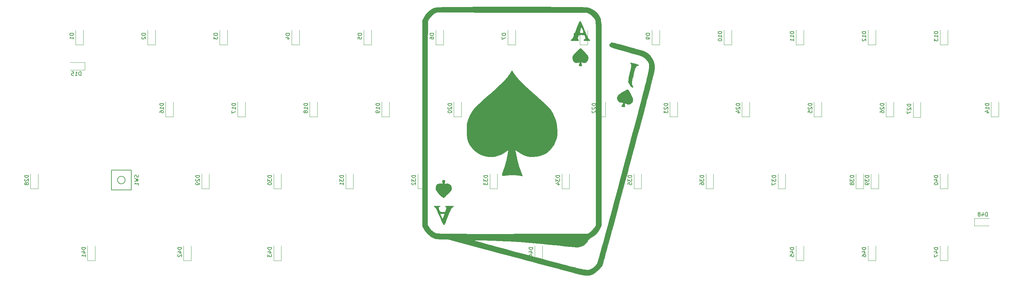
<source format=gbr>
G04 #@! TF.GenerationSoftware,KiCad,Pcbnew,(5.0.2)-1*
G04 #@! TF.CreationDate,2019-05-05T16:29:57-05:00*
G04 #@! TF.ProjectId,SL40,534c3430-2e6b-4696-9361-645f70636258,rev?*
G04 #@! TF.SameCoordinates,Original*
G04 #@! TF.FileFunction,Legend,Bot*
G04 #@! TF.FilePolarity,Positive*
%FSLAX46Y46*%
G04 Gerber Fmt 4.6, Leading zero omitted, Abs format (unit mm)*
G04 Created by KiCad (PCBNEW (5.0.2)-1) date 5/5/2019 4:29:57 PM*
%MOMM*%
%LPD*%
G01*
G04 APERTURE LIST*
%ADD10C,0.120000*%
%ADD11C,0.150000*%
%ADD12C,0.010000*%
G04 APERTURE END LIST*
D10*
G04 #@! TO.C,D1*
X34337500Y-64956250D02*
X34337500Y-61056250D01*
X32337500Y-64956250D02*
X32337500Y-61056250D01*
X34337500Y-64956250D02*
X32337500Y-64956250D01*
G04 #@! TO.C,D2*
X53387500Y-64956250D02*
X53387500Y-61056250D01*
X51387500Y-64956250D02*
X51387500Y-61056250D01*
X53387500Y-64956250D02*
X51387500Y-64956250D01*
G04 #@! TO.C,D3*
X72437500Y-64956250D02*
X72437500Y-61056250D01*
X70437500Y-64956250D02*
X70437500Y-61056250D01*
X72437500Y-64956250D02*
X70437500Y-64956250D01*
G04 #@! TO.C,D4*
X91487500Y-64956250D02*
X91487500Y-61056250D01*
X89487500Y-64956250D02*
X89487500Y-61056250D01*
X91487500Y-64956250D02*
X89487500Y-64956250D01*
G04 #@! TO.C,D5*
X110537500Y-64956250D02*
X110537500Y-61056250D01*
X108537500Y-64956250D02*
X108537500Y-61056250D01*
X110537500Y-64956250D02*
X108537500Y-64956250D01*
G04 #@! TO.C,D6*
X129587500Y-64956250D02*
X129587500Y-61056250D01*
X127587500Y-64956250D02*
X127587500Y-61056250D01*
X129587500Y-64956250D02*
X127587500Y-64956250D01*
G04 #@! TO.C,D7*
X148637500Y-64956250D02*
X148637500Y-61056250D01*
X146637500Y-64956250D02*
X146637500Y-61056250D01*
X148637500Y-64956250D02*
X146637500Y-64956250D01*
G04 #@! TO.C,D8*
X167687500Y-64956250D02*
X167687500Y-61056250D01*
X165687500Y-64956250D02*
X165687500Y-61056250D01*
X167687500Y-64956250D02*
X165687500Y-64956250D01*
G04 #@! TO.C,D9*
X186737500Y-64956250D02*
X186737500Y-61056250D01*
X184737500Y-64956250D02*
X184737500Y-61056250D01*
X186737500Y-64956250D02*
X184737500Y-64956250D01*
G04 #@! TO.C,D10*
X205787500Y-64956250D02*
X205787500Y-61056250D01*
X203787500Y-64956250D02*
X203787500Y-61056250D01*
X205787500Y-64956250D02*
X203787500Y-64956250D01*
G04 #@! TO.C,D11*
X224837500Y-64956250D02*
X224837500Y-61056250D01*
X222837500Y-64956250D02*
X222837500Y-61056250D01*
X224837500Y-64956250D02*
X222837500Y-64956250D01*
G04 #@! TO.C,D12*
X243887500Y-64956250D02*
X243887500Y-61056250D01*
X241887500Y-64956250D02*
X241887500Y-61056250D01*
X243887500Y-64956250D02*
X241887500Y-64956250D01*
G04 #@! TO.C,D13*
X262937500Y-64956250D02*
X262937500Y-61056250D01*
X260937500Y-64956250D02*
X260937500Y-61056250D01*
X262937500Y-64956250D02*
X260937500Y-64956250D01*
G04 #@! TO.C,D14*
X276431250Y-84006250D02*
X276431250Y-80106250D01*
X274431250Y-84006250D02*
X274431250Y-80106250D01*
X276431250Y-84006250D02*
X274431250Y-84006250D01*
G04 #@! TO.C,D15*
X34793750Y-69643750D02*
X30893750Y-69643750D01*
X34793750Y-71643750D02*
X30893750Y-71643750D01*
X34793750Y-69643750D02*
X34793750Y-71643750D01*
G04 #@! TO.C,D16*
X58150000Y-84006250D02*
X58150000Y-80106250D01*
X56150000Y-84006250D02*
X56150000Y-80106250D01*
X58150000Y-84006250D02*
X56150000Y-84006250D01*
G04 #@! TO.C,D17*
X77200000Y-84006250D02*
X77200000Y-80106250D01*
X75200000Y-84006250D02*
X75200000Y-80106250D01*
X77200000Y-84006250D02*
X75200000Y-84006250D01*
G04 #@! TO.C,D18*
X96250000Y-84006250D02*
X96250000Y-80106250D01*
X94250000Y-84006250D02*
X94250000Y-80106250D01*
X96250000Y-84006250D02*
X94250000Y-84006250D01*
G04 #@! TO.C,D20*
X134350000Y-84006250D02*
X134350000Y-80106250D01*
X132350000Y-84006250D02*
X132350000Y-80106250D01*
X134350000Y-84006250D02*
X132350000Y-84006250D01*
G04 #@! TO.C,D21*
X153400000Y-84006250D02*
X153400000Y-80106250D01*
X151400000Y-84006250D02*
X151400000Y-80106250D01*
X153400000Y-84006250D02*
X151400000Y-84006250D01*
G04 #@! TO.C,D22*
X172450000Y-84006250D02*
X172450000Y-80106250D01*
X170450000Y-84006250D02*
X170450000Y-80106250D01*
X172450000Y-84006250D02*
X170450000Y-84006250D01*
G04 #@! TO.C,D23*
X191500000Y-84006250D02*
X191500000Y-80106250D01*
X189500000Y-84006250D02*
X189500000Y-80106250D01*
X191500000Y-84006250D02*
X189500000Y-84006250D01*
G04 #@! TO.C,D24*
X210550000Y-84006250D02*
X210550000Y-80106250D01*
X208550000Y-84006250D02*
X208550000Y-80106250D01*
X210550000Y-84006250D02*
X208550000Y-84006250D01*
G04 #@! TO.C,D25*
X229600000Y-84006250D02*
X229600000Y-80106250D01*
X227600000Y-84006250D02*
X227600000Y-80106250D01*
X229600000Y-84006250D02*
X227600000Y-84006250D01*
G04 #@! TO.C,D26*
X248650000Y-84006250D02*
X248650000Y-80106250D01*
X246650000Y-84006250D02*
X246650000Y-80106250D01*
X248650000Y-84006250D02*
X246650000Y-84006250D01*
G04 #@! TO.C,D27*
X255793750Y-84165000D02*
X255793750Y-80265000D01*
X253793750Y-84165000D02*
X253793750Y-80265000D01*
X255793750Y-84165000D02*
X253793750Y-84165000D01*
G04 #@! TO.C,D28*
X22431250Y-103056250D02*
X22431250Y-99156250D01*
X20431250Y-103056250D02*
X20431250Y-99156250D01*
X22431250Y-103056250D02*
X20431250Y-103056250D01*
G04 #@! TO.C,D29*
X67675000Y-103056250D02*
X67675000Y-99156250D01*
X65675000Y-103056250D02*
X65675000Y-99156250D01*
X67675000Y-103056250D02*
X65675000Y-103056250D01*
G04 #@! TO.C,D30*
X86725000Y-103056250D02*
X86725000Y-99156250D01*
X84725000Y-103056250D02*
X84725000Y-99156250D01*
X86725000Y-103056250D02*
X84725000Y-103056250D01*
G04 #@! TO.C,D31*
X105775000Y-103056250D02*
X105775000Y-99156250D01*
X103775000Y-103056250D02*
X103775000Y-99156250D01*
X105775000Y-103056250D02*
X103775000Y-103056250D01*
G04 #@! TO.C,D32*
X124825000Y-103056250D02*
X124825000Y-99156250D01*
X122825000Y-103056250D02*
X122825000Y-99156250D01*
X124825000Y-103056250D02*
X122825000Y-103056250D01*
G04 #@! TO.C,D33*
X143875000Y-103056250D02*
X143875000Y-99156250D01*
X141875000Y-103056250D02*
X141875000Y-99156250D01*
X143875000Y-103056250D02*
X141875000Y-103056250D01*
G04 #@! TO.C,D34*
X162925000Y-103056250D02*
X162925000Y-99156250D01*
X160925000Y-103056250D02*
X160925000Y-99156250D01*
X162925000Y-103056250D02*
X160925000Y-103056250D01*
G04 #@! TO.C,D35*
X181975000Y-103056250D02*
X181975000Y-99156250D01*
X179975000Y-103056250D02*
X179975000Y-99156250D01*
X181975000Y-103056250D02*
X179975000Y-103056250D01*
G04 #@! TO.C,D36*
X201025000Y-103056250D02*
X201025000Y-99156250D01*
X199025000Y-103056250D02*
X199025000Y-99156250D01*
X201025000Y-103056250D02*
X199025000Y-103056250D01*
G04 #@! TO.C,D37*
X220075000Y-103056250D02*
X220075000Y-99156250D01*
X218075000Y-103056250D02*
X218075000Y-99156250D01*
X220075000Y-103056250D02*
X218075000Y-103056250D01*
G04 #@! TO.C,D38*
X240712500Y-103056250D02*
X240712500Y-99156250D01*
X238712500Y-103056250D02*
X238712500Y-99156250D01*
X240712500Y-103056250D02*
X238712500Y-103056250D01*
G04 #@! TO.C,D39*
X244681250Y-103056250D02*
X244681250Y-99156250D01*
X242681250Y-103056250D02*
X242681250Y-99156250D01*
X244681250Y-103056250D02*
X242681250Y-103056250D01*
G04 #@! TO.C,D40*
X262937500Y-103056250D02*
X262937500Y-99156250D01*
X260937500Y-103056250D02*
X260937500Y-99156250D01*
X262937500Y-103056250D02*
X260937500Y-103056250D01*
G04 #@! TO.C,D41*
X37512500Y-122106250D02*
X37512500Y-118206250D01*
X35512500Y-122106250D02*
X35512500Y-118206250D01*
X37512500Y-122106250D02*
X35512500Y-122106250D01*
G04 #@! TO.C,D42*
X62912500Y-122106250D02*
X62912500Y-118206250D01*
X60912500Y-122106250D02*
X60912500Y-118206250D01*
X62912500Y-122106250D02*
X60912500Y-122106250D01*
G04 #@! TO.C,D43*
X86725000Y-122106250D02*
X86725000Y-118206250D01*
X84725000Y-122106250D02*
X84725000Y-118206250D01*
X86725000Y-122106250D02*
X84725000Y-122106250D01*
G04 #@! TO.C,D44*
X155781250Y-122106250D02*
X155781250Y-118206250D01*
X153781250Y-122106250D02*
X153781250Y-118206250D01*
X155781250Y-122106250D02*
X153781250Y-122106250D01*
G04 #@! TO.C,D45*
X224837500Y-122106250D02*
X224837500Y-118206250D01*
X222837500Y-122106250D02*
X222837500Y-118206250D01*
X224837500Y-122106250D02*
X222837500Y-122106250D01*
G04 #@! TO.C,D46*
X243887500Y-122106250D02*
X243887500Y-118206250D01*
X241887500Y-122106250D02*
X241887500Y-118206250D01*
X243887500Y-122106250D02*
X241887500Y-122106250D01*
G04 #@! TO.C,D47*
X262937500Y-122106250D02*
X262937500Y-118206250D01*
X260937500Y-122106250D02*
X260937500Y-118206250D01*
X262937500Y-122106250D02*
X260937500Y-122106250D01*
G04 #@! TO.C,D48*
X270006250Y-112918750D02*
X273906250Y-112918750D01*
X270006250Y-110918750D02*
X273906250Y-110918750D01*
X270006250Y-112918750D02*
X270006250Y-110918750D01*
G04 #@! TO.C,D19*
X115300000Y-84006250D02*
X115300000Y-80106250D01*
X113300000Y-84006250D02*
X113300000Y-80106250D01*
X115300000Y-84006250D02*
X113300000Y-84006250D01*
D11*
G04 #@! TO.C,SW1*
X41850000Y-98206250D02*
X41850000Y-103406250D01*
X41850000Y-103406250D02*
X47050000Y-103406250D01*
X47050000Y-103406250D02*
X47050000Y-98206250D01*
X47050000Y-98206250D02*
X41850000Y-98206250D01*
X45450000Y-100806250D02*
G75*
G03X45450000Y-100806250I-1000000J0D01*
G01*
D12*
G04 #@! TO.C,G\002A\002A\002A*
G36*
X165715868Y-58720607D02*
X165646093Y-58797400D01*
X165537354Y-58996609D01*
X165388400Y-59321132D01*
X165197983Y-59773868D01*
X164964853Y-60357716D01*
X164687759Y-61075575D01*
X164594054Y-61322296D01*
X164364792Y-61921211D01*
X164175049Y-62398694D01*
X164016822Y-62770454D01*
X163882111Y-63052204D01*
X163762916Y-63259653D01*
X163651236Y-63408514D01*
X163539070Y-63514496D01*
X163445402Y-63577914D01*
X163293468Y-63685411D01*
X163252356Y-63768253D01*
X163329290Y-63829711D01*
X163531492Y-63873057D01*
X163866186Y-63901565D01*
X164188571Y-63914604D01*
X164669898Y-63922763D01*
X165017419Y-63911890D01*
X165241745Y-63877470D01*
X165353487Y-63814992D01*
X165363253Y-63719941D01*
X165281655Y-63587805D01*
X165192169Y-63487713D01*
X165007660Y-63295126D01*
X165158624Y-62891639D01*
X165257710Y-62657952D01*
X165356192Y-62475178D01*
X165413742Y-62401711D01*
X165542740Y-62356608D01*
X165771907Y-62327891D01*
X166057201Y-62315523D01*
X166354581Y-62319465D01*
X166620004Y-62339679D01*
X166809429Y-62376126D01*
X166865126Y-62402966D01*
X166955037Y-62532496D01*
X167046678Y-62747060D01*
X167123696Y-62993745D01*
X167169733Y-63219636D01*
X167168433Y-63371820D01*
X167166413Y-63377660D01*
X167069348Y-63485107D01*
X166901635Y-63574040D01*
X166722924Y-63661037D01*
X166677957Y-63744208D01*
X166755352Y-63817626D01*
X166943725Y-63875363D01*
X167231695Y-63911492D01*
X167567193Y-63920627D01*
X167857277Y-63913777D01*
X168095781Y-63900622D01*
X168241922Y-63883650D01*
X168261393Y-63878294D01*
X168347043Y-63794617D01*
X168303953Y-63679403D01*
X168139371Y-63551847D01*
X168137803Y-63550953D01*
X168040160Y-63479723D01*
X167939723Y-63369265D01*
X167829863Y-63206383D01*
X167703949Y-62977878D01*
X167555351Y-62670551D01*
X167377440Y-62271205D01*
X167163585Y-61766642D01*
X167114203Y-61646670D01*
X166610393Y-61646670D01*
X166557710Y-61793186D01*
X166447107Y-61843141D01*
X166204871Y-61873691D01*
X165948733Y-61881918D01*
X165732739Y-61868229D01*
X165616341Y-61836886D01*
X165585937Y-61769064D01*
X165602863Y-61619791D01*
X165670734Y-61369535D01*
X165745824Y-61137689D01*
X165870431Y-60771369D01*
X165960698Y-60526818D01*
X166027403Y-60387851D01*
X166081322Y-60338285D01*
X166133233Y-60361935D01*
X166193912Y-60442616D01*
X166201252Y-60453770D01*
X166302977Y-60648377D01*
X166412495Y-60917148D01*
X166512060Y-61208347D01*
X166583928Y-61470237D01*
X166610393Y-61646670D01*
X167114203Y-61646670D01*
X166907155Y-61143664D01*
X166816378Y-60920483D01*
X166549874Y-60271671D01*
X166328014Y-59749954D01*
X166146094Y-59345929D01*
X165999409Y-59050194D01*
X165883257Y-58853346D01*
X165792934Y-58745983D01*
X165723737Y-58718703D01*
X165715868Y-58720607D01*
X165715868Y-58720607D01*
G37*
X165715868Y-58720607D02*
X165646093Y-58797400D01*
X165537354Y-58996609D01*
X165388400Y-59321132D01*
X165197983Y-59773868D01*
X164964853Y-60357716D01*
X164687759Y-61075575D01*
X164594054Y-61322296D01*
X164364792Y-61921211D01*
X164175049Y-62398694D01*
X164016822Y-62770454D01*
X163882111Y-63052204D01*
X163762916Y-63259653D01*
X163651236Y-63408514D01*
X163539070Y-63514496D01*
X163445402Y-63577914D01*
X163293468Y-63685411D01*
X163252356Y-63768253D01*
X163329290Y-63829711D01*
X163531492Y-63873057D01*
X163866186Y-63901565D01*
X164188571Y-63914604D01*
X164669898Y-63922763D01*
X165017419Y-63911890D01*
X165241745Y-63877470D01*
X165353487Y-63814992D01*
X165363253Y-63719941D01*
X165281655Y-63587805D01*
X165192169Y-63487713D01*
X165007660Y-63295126D01*
X165158624Y-62891639D01*
X165257710Y-62657952D01*
X165356192Y-62475178D01*
X165413742Y-62401711D01*
X165542740Y-62356608D01*
X165771907Y-62327891D01*
X166057201Y-62315523D01*
X166354581Y-62319465D01*
X166620004Y-62339679D01*
X166809429Y-62376126D01*
X166865126Y-62402966D01*
X166955037Y-62532496D01*
X167046678Y-62747060D01*
X167123696Y-62993745D01*
X167169733Y-63219636D01*
X167168433Y-63371820D01*
X167166413Y-63377660D01*
X167069348Y-63485107D01*
X166901635Y-63574040D01*
X166722924Y-63661037D01*
X166677957Y-63744208D01*
X166755352Y-63817626D01*
X166943725Y-63875363D01*
X167231695Y-63911492D01*
X167567193Y-63920627D01*
X167857277Y-63913777D01*
X168095781Y-63900622D01*
X168241922Y-63883650D01*
X168261393Y-63878294D01*
X168347043Y-63794617D01*
X168303953Y-63679403D01*
X168139371Y-63551847D01*
X168137803Y-63550953D01*
X168040160Y-63479723D01*
X167939723Y-63369265D01*
X167829863Y-63206383D01*
X167703949Y-62977878D01*
X167555351Y-62670551D01*
X167377440Y-62271205D01*
X167163585Y-61766642D01*
X167114203Y-61646670D01*
X166610393Y-61646670D01*
X166557710Y-61793186D01*
X166447107Y-61843141D01*
X166204871Y-61873691D01*
X165948733Y-61881918D01*
X165732739Y-61868229D01*
X165616341Y-61836886D01*
X165585937Y-61769064D01*
X165602863Y-61619791D01*
X165670734Y-61369535D01*
X165745824Y-61137689D01*
X165870431Y-60771369D01*
X165960698Y-60526818D01*
X166027403Y-60387851D01*
X166081322Y-60338285D01*
X166133233Y-60361935D01*
X166193912Y-60442616D01*
X166201252Y-60453770D01*
X166302977Y-60648377D01*
X166412495Y-60917148D01*
X166512060Y-61208347D01*
X166583928Y-61470237D01*
X166610393Y-61646670D01*
X167114203Y-61646670D01*
X166907155Y-61143664D01*
X166816378Y-60920483D01*
X166549874Y-60271671D01*
X166328014Y-59749954D01*
X166146094Y-59345929D01*
X165999409Y-59050194D01*
X165883257Y-58853346D01*
X165792934Y-58745983D01*
X165723737Y-58718703D01*
X165715868Y-58720607D01*
G36*
X165781517Y-65934945D02*
X165615016Y-66068918D01*
X165390332Y-66267447D01*
X165128439Y-66510273D01*
X164850311Y-66777139D01*
X164576922Y-67047786D01*
X164329247Y-67301956D01*
X164128261Y-67519391D01*
X163994936Y-67679833D01*
X163964024Y-67725586D01*
X163781878Y-68157072D01*
X163733875Y-68584975D01*
X163817548Y-68989520D01*
X164030435Y-69350932D01*
X164186486Y-69510975D01*
X164492463Y-69687350D01*
X164852437Y-69735791D01*
X165248675Y-69654544D01*
X165327648Y-69623862D01*
X165501156Y-69568652D01*
X165611225Y-69565638D01*
X165623422Y-69575187D01*
X165625252Y-69673711D01*
X165589197Y-69859231D01*
X165554733Y-69985216D01*
X165472970Y-70278091D01*
X165450151Y-70460077D01*
X165497599Y-70557392D01*
X165626641Y-70596256D01*
X165821545Y-70602928D01*
X166193840Y-70602928D01*
X166148688Y-70294499D01*
X166107596Y-70031748D01*
X166064572Y-69782040D01*
X166057752Y-69745510D01*
X166011967Y-69504949D01*
X166283757Y-69618510D01*
X166690831Y-69721304D01*
X167071181Y-69687028D01*
X167407194Y-69521339D01*
X167681259Y-69229899D01*
X167728769Y-69154147D01*
X167847859Y-68818472D01*
X167863844Y-68427534D01*
X167777732Y-68027200D01*
X167700011Y-67844343D01*
X167608054Y-67706302D01*
X167443024Y-67499459D01*
X167224657Y-67244925D01*
X166972690Y-66963807D01*
X166706857Y-66677215D01*
X166446895Y-66406258D01*
X166212540Y-66172046D01*
X166023528Y-65995687D01*
X165899594Y-65898291D01*
X165868860Y-65885785D01*
X165781517Y-65934945D01*
X165781517Y-65934945D01*
G37*
X165781517Y-65934945D02*
X165615016Y-66068918D01*
X165390332Y-66267447D01*
X165128439Y-66510273D01*
X164850311Y-66777139D01*
X164576922Y-67047786D01*
X164329247Y-67301956D01*
X164128261Y-67519391D01*
X163994936Y-67679833D01*
X163964024Y-67725586D01*
X163781878Y-68157072D01*
X163733875Y-68584975D01*
X163817548Y-68989520D01*
X164030435Y-69350932D01*
X164186486Y-69510975D01*
X164492463Y-69687350D01*
X164852437Y-69735791D01*
X165248675Y-69654544D01*
X165327648Y-69623862D01*
X165501156Y-69568652D01*
X165611225Y-69565638D01*
X165623422Y-69575187D01*
X165625252Y-69673711D01*
X165589197Y-69859231D01*
X165554733Y-69985216D01*
X165472970Y-70278091D01*
X165450151Y-70460077D01*
X165497599Y-70557392D01*
X165626641Y-70596256D01*
X165821545Y-70602928D01*
X166193840Y-70602928D01*
X166148688Y-70294499D01*
X166107596Y-70031748D01*
X166064572Y-69782040D01*
X166057752Y-69745510D01*
X166011967Y-69504949D01*
X166283757Y-69618510D01*
X166690831Y-69721304D01*
X167071181Y-69687028D01*
X167407194Y-69521339D01*
X167681259Y-69229899D01*
X167728769Y-69154147D01*
X167847859Y-68818472D01*
X167863844Y-68427534D01*
X167777732Y-68027200D01*
X167700011Y-67844343D01*
X167608054Y-67706302D01*
X167443024Y-67499459D01*
X167224657Y-67244925D01*
X166972690Y-66963807D01*
X166706857Y-66677215D01*
X166446895Y-66406258D01*
X166212540Y-66172046D01*
X166023528Y-65995687D01*
X165899594Y-65898291D01*
X165868860Y-65885785D01*
X165781517Y-65934945D01*
G36*
X147684263Y-71844770D02*
X147581329Y-71979616D01*
X147448906Y-72192315D01*
X147390712Y-72295484D01*
X147202855Y-72609825D01*
X146964051Y-72970597D01*
X146717331Y-73313622D01*
X146645174Y-73407334D01*
X146391257Y-73709446D01*
X146044500Y-74091043D01*
X145621263Y-74536007D01*
X145137912Y-75028217D01*
X144610809Y-75551551D01*
X144056318Y-76089890D01*
X143490803Y-76627113D01*
X142930626Y-77147100D01*
X142392151Y-77633730D01*
X142047840Y-77936401D01*
X141255553Y-78624973D01*
X140565148Y-79228248D01*
X139967774Y-79754757D01*
X139454574Y-80213032D01*
X139016696Y-80611604D01*
X138645285Y-80959005D01*
X138331489Y-81263765D01*
X138066452Y-81534417D01*
X137841321Y-81779492D01*
X137647243Y-82007521D01*
X137475362Y-82227036D01*
X137316827Y-82446567D01*
X137220030Y-82588402D01*
X136957437Y-83030460D01*
X136686514Y-83575036D01*
X136424058Y-84181699D01*
X136186870Y-84810016D01*
X135991746Y-85419554D01*
X135900926Y-85763316D01*
X135850731Y-85988048D01*
X135814206Y-86198276D01*
X135789964Y-86420741D01*
X135776617Y-86682183D01*
X135772779Y-87009343D01*
X135777061Y-87428961D01*
X135787614Y-87947499D01*
X135804377Y-88547678D01*
X135827103Y-89030259D01*
X135860166Y-89422779D01*
X135907938Y-89752774D01*
X135974793Y-90047781D01*
X136065102Y-90335335D01*
X136183241Y-90642974D01*
X136235784Y-90769550D01*
X136607780Y-91523731D01*
X137056597Y-92184110D01*
X137605314Y-92779962D01*
X138241890Y-93314228D01*
X139024450Y-93837723D01*
X139808525Y-94224474D01*
X140614608Y-94481632D01*
X141463190Y-94616351D01*
X142044964Y-94641641D01*
X143034964Y-94578769D01*
X143967372Y-94385184D01*
X144837847Y-94062484D01*
X145642050Y-93612265D01*
X146353556Y-93056267D01*
X146815862Y-92636656D01*
X146765226Y-93031649D01*
X146652514Y-93752234D01*
X146489041Y-94572622D01*
X146283070Y-95460013D01*
X146042864Y-96381613D01*
X145776685Y-97304622D01*
X145492798Y-98196244D01*
X145383645Y-98515291D01*
X145233552Y-98933558D01*
X145128213Y-99237808D01*
X145081660Y-99443332D01*
X145107928Y-99565421D01*
X145221048Y-99619365D01*
X145435054Y-99620456D01*
X145763978Y-99583982D01*
X146221854Y-99525236D01*
X146301633Y-99515555D01*
X147317363Y-99441318D01*
X148383927Y-99449232D01*
X149440482Y-99536842D01*
X150310859Y-99677341D01*
X150455088Y-99692904D01*
X150487124Y-99649179D01*
X150477586Y-99621516D01*
X150206567Y-98956821D01*
X149927984Y-98177095D01*
X149650637Y-97311525D01*
X149383328Y-96389299D01*
X149134856Y-95439601D01*
X148914021Y-94491620D01*
X148872673Y-94298772D01*
X148764074Y-93781887D01*
X148683243Y-93390386D01*
X148627175Y-93107812D01*
X148592864Y-92917704D01*
X148577307Y-92803605D01*
X148577498Y-92749056D01*
X148587555Y-92737214D01*
X148652411Y-92779365D01*
X148804102Y-92892563D01*
X149016333Y-93056927D01*
X149151107Y-93163336D01*
X149929042Y-93713829D01*
X150713141Y-94127554D01*
X151524750Y-94412092D01*
X152385215Y-94575023D01*
X153265054Y-94624071D01*
X154251482Y-94558540D01*
X155177114Y-94361405D01*
X156044086Y-94031852D01*
X156854532Y-93569069D01*
X157610587Y-92972242D01*
X157617559Y-92965887D01*
X158270319Y-92275246D01*
X158801102Y-91507525D01*
X159209193Y-90665403D01*
X159493878Y-89751559D01*
X159654445Y-88768671D01*
X159690178Y-87719419D01*
X159600366Y-86606481D01*
X159490826Y-85934721D01*
X159313428Y-85151241D01*
X159088665Y-84439698D01*
X158793864Y-83734708D01*
X158570651Y-83281293D01*
X158381319Y-82931463D01*
X158180071Y-82598796D01*
X157956540Y-82272127D01*
X157700362Y-81940290D01*
X157401171Y-81592121D01*
X157048601Y-81216454D01*
X156632289Y-80802125D01*
X156141868Y-80337968D01*
X155566973Y-79812818D01*
X154897239Y-79215509D01*
X154345821Y-78730411D01*
X153254853Y-77766158D01*
X152279657Y-76886091D01*
X151418776Y-76088819D01*
X150670753Y-75372949D01*
X150034133Y-74737087D01*
X149507457Y-74179842D01*
X149108863Y-73723500D01*
X148929215Y-73495460D01*
X148702077Y-73190417D01*
X148459844Y-72852547D01*
X148283986Y-72598642D01*
X148088325Y-72312193D01*
X147920398Y-72068659D01*
X147798074Y-71893801D01*
X147739223Y-71813375D01*
X147739213Y-71813364D01*
X147684263Y-71844770D01*
X147684263Y-71844770D01*
G37*
X147684263Y-71844770D02*
X147581329Y-71979616D01*
X147448906Y-72192315D01*
X147390712Y-72295484D01*
X147202855Y-72609825D01*
X146964051Y-72970597D01*
X146717331Y-73313622D01*
X146645174Y-73407334D01*
X146391257Y-73709446D01*
X146044500Y-74091043D01*
X145621263Y-74536007D01*
X145137912Y-75028217D01*
X144610809Y-75551551D01*
X144056318Y-76089890D01*
X143490803Y-76627113D01*
X142930626Y-77147100D01*
X142392151Y-77633730D01*
X142047840Y-77936401D01*
X141255553Y-78624973D01*
X140565148Y-79228248D01*
X139967774Y-79754757D01*
X139454574Y-80213032D01*
X139016696Y-80611604D01*
X138645285Y-80959005D01*
X138331489Y-81263765D01*
X138066452Y-81534417D01*
X137841321Y-81779492D01*
X137647243Y-82007521D01*
X137475362Y-82227036D01*
X137316827Y-82446567D01*
X137220030Y-82588402D01*
X136957437Y-83030460D01*
X136686514Y-83575036D01*
X136424058Y-84181699D01*
X136186870Y-84810016D01*
X135991746Y-85419554D01*
X135900926Y-85763316D01*
X135850731Y-85988048D01*
X135814206Y-86198276D01*
X135789964Y-86420741D01*
X135776617Y-86682183D01*
X135772779Y-87009343D01*
X135777061Y-87428961D01*
X135787614Y-87947499D01*
X135804377Y-88547678D01*
X135827103Y-89030259D01*
X135860166Y-89422779D01*
X135907938Y-89752774D01*
X135974793Y-90047781D01*
X136065102Y-90335335D01*
X136183241Y-90642974D01*
X136235784Y-90769550D01*
X136607780Y-91523731D01*
X137056597Y-92184110D01*
X137605314Y-92779962D01*
X138241890Y-93314228D01*
X139024450Y-93837723D01*
X139808525Y-94224474D01*
X140614608Y-94481632D01*
X141463190Y-94616351D01*
X142044964Y-94641641D01*
X143034964Y-94578769D01*
X143967372Y-94385184D01*
X144837847Y-94062484D01*
X145642050Y-93612265D01*
X146353556Y-93056267D01*
X146815862Y-92636656D01*
X146765226Y-93031649D01*
X146652514Y-93752234D01*
X146489041Y-94572622D01*
X146283070Y-95460013D01*
X146042864Y-96381613D01*
X145776685Y-97304622D01*
X145492798Y-98196244D01*
X145383645Y-98515291D01*
X145233552Y-98933558D01*
X145128213Y-99237808D01*
X145081660Y-99443332D01*
X145107928Y-99565421D01*
X145221048Y-99619365D01*
X145435054Y-99620456D01*
X145763978Y-99583982D01*
X146221854Y-99525236D01*
X146301633Y-99515555D01*
X147317363Y-99441318D01*
X148383927Y-99449232D01*
X149440482Y-99536842D01*
X150310859Y-99677341D01*
X150455088Y-99692904D01*
X150487124Y-99649179D01*
X150477586Y-99621516D01*
X150206567Y-98956821D01*
X149927984Y-98177095D01*
X149650637Y-97311525D01*
X149383328Y-96389299D01*
X149134856Y-95439601D01*
X148914021Y-94491620D01*
X148872673Y-94298772D01*
X148764074Y-93781887D01*
X148683243Y-93390386D01*
X148627175Y-93107812D01*
X148592864Y-92917704D01*
X148577307Y-92803605D01*
X148577498Y-92749056D01*
X148587555Y-92737214D01*
X148652411Y-92779365D01*
X148804102Y-92892563D01*
X149016333Y-93056927D01*
X149151107Y-93163336D01*
X149929042Y-93713829D01*
X150713141Y-94127554D01*
X151524750Y-94412092D01*
X152385215Y-94575023D01*
X153265054Y-94624071D01*
X154251482Y-94558540D01*
X155177114Y-94361405D01*
X156044086Y-94031852D01*
X156854532Y-93569069D01*
X157610587Y-92972242D01*
X157617559Y-92965887D01*
X158270319Y-92275246D01*
X158801102Y-91507525D01*
X159209193Y-90665403D01*
X159493878Y-89751559D01*
X159654445Y-88768671D01*
X159690178Y-87719419D01*
X159600366Y-86606481D01*
X159490826Y-85934721D01*
X159313428Y-85151241D01*
X159088665Y-84439698D01*
X158793864Y-83734708D01*
X158570651Y-83281293D01*
X158381319Y-82931463D01*
X158180071Y-82598796D01*
X157956540Y-82272127D01*
X157700362Y-81940290D01*
X157401171Y-81592121D01*
X157048601Y-81216454D01*
X156632289Y-80802125D01*
X156141868Y-80337968D01*
X155566973Y-79812818D01*
X154897239Y-79215509D01*
X154345821Y-78730411D01*
X153254853Y-77766158D01*
X152279657Y-76886091D01*
X151418776Y-76088819D01*
X150670753Y-75372949D01*
X150034133Y-74737087D01*
X149507457Y-74179842D01*
X149108863Y-73723500D01*
X148929215Y-73495460D01*
X148702077Y-73190417D01*
X148459844Y-72852547D01*
X148283986Y-72598642D01*
X148088325Y-72312193D01*
X147920398Y-72068659D01*
X147798074Y-71893801D01*
X147739223Y-71813375D01*
X147739213Y-71813364D01*
X147684263Y-71844770D01*
G36*
X129477466Y-100808898D02*
X129364017Y-100874531D01*
X129319256Y-101014839D01*
X129331246Y-101255119D01*
X129359957Y-101453089D01*
X129394433Y-101691525D01*
X129397472Y-101815852D01*
X129365803Y-101854342D01*
X129314875Y-101842955D01*
X128989580Y-101765618D01*
X128633027Y-101758431D01*
X128285794Y-101814086D01*
X127988458Y-101925276D01*
X127781597Y-102084692D01*
X127753063Y-102124224D01*
X127670043Y-102338093D01*
X127615249Y-102638416D01*
X127593993Y-102968327D01*
X127611589Y-103270956D01*
X127634976Y-103388283D01*
X127727068Y-103579445D01*
X127910787Y-103842244D01*
X128166859Y-104154680D01*
X128476014Y-104494750D01*
X128818980Y-104840456D01*
X129176484Y-105169795D01*
X129255074Y-105237785D01*
X129653863Y-105578481D01*
X130563783Y-104708705D01*
X131008972Y-104268566D01*
X131345017Y-103897290D01*
X131579817Y-103577898D01*
X131721267Y-103293416D01*
X131777265Y-103026866D01*
X131755707Y-102761272D01*
X131664490Y-102479657D01*
X131633590Y-102408856D01*
X131416820Y-102095952D01*
X131108791Y-101875745D01*
X130739658Y-101761400D01*
X130339576Y-101766083D01*
X130220658Y-101791962D01*
X130027540Y-101833617D01*
X129897952Y-101843481D01*
X129878666Y-101838387D01*
X129869269Y-101757614D01*
X129897725Y-101581493D01*
X129940297Y-101412222D01*
X130009716Y-101117263D01*
X130008259Y-100931219D01*
X129926040Y-100831298D01*
X129753170Y-100794707D01*
X129671536Y-100792642D01*
X129477466Y-100808898D01*
X129477466Y-100808898D01*
G37*
X129477466Y-100808898D02*
X129364017Y-100874531D01*
X129319256Y-101014839D01*
X129331246Y-101255119D01*
X129359957Y-101453089D01*
X129394433Y-101691525D01*
X129397472Y-101815852D01*
X129365803Y-101854342D01*
X129314875Y-101842955D01*
X128989580Y-101765618D01*
X128633027Y-101758431D01*
X128285794Y-101814086D01*
X127988458Y-101925276D01*
X127781597Y-102084692D01*
X127753063Y-102124224D01*
X127670043Y-102338093D01*
X127615249Y-102638416D01*
X127593993Y-102968327D01*
X127611589Y-103270956D01*
X127634976Y-103388283D01*
X127727068Y-103579445D01*
X127910787Y-103842244D01*
X128166859Y-104154680D01*
X128476014Y-104494750D01*
X128818980Y-104840456D01*
X129176484Y-105169795D01*
X129255074Y-105237785D01*
X129653863Y-105578481D01*
X130563783Y-104708705D01*
X131008972Y-104268566D01*
X131345017Y-103897290D01*
X131579817Y-103577898D01*
X131721267Y-103293416D01*
X131777265Y-103026866D01*
X131755707Y-102761272D01*
X131664490Y-102479657D01*
X131633590Y-102408856D01*
X131416820Y-102095952D01*
X131108791Y-101875745D01*
X130739658Y-101761400D01*
X130339576Y-101766083D01*
X130220658Y-101791962D01*
X130027540Y-101833617D01*
X129897952Y-101843481D01*
X129878666Y-101838387D01*
X129869269Y-101757614D01*
X129897725Y-101581493D01*
X129940297Y-101412222D01*
X130009716Y-101117263D01*
X130008259Y-100931219D01*
X129926040Y-100831298D01*
X129753170Y-100794707D01*
X129671536Y-100792642D01*
X129477466Y-100808898D01*
G36*
X130829284Y-107618157D02*
X130504776Y-107628635D01*
X130262336Y-107644408D01*
X130126871Y-107664092D01*
X130106964Y-107675680D01*
X130155489Y-107765260D01*
X130252107Y-107868357D01*
X130355205Y-108011199D01*
X130384575Y-108203644D01*
X130339612Y-108471012D01*
X130229576Y-108811785D01*
X130070530Y-109247214D01*
X129520353Y-109268190D01*
X129223292Y-109268725D01*
X128958893Y-109250409D01*
X128781212Y-109217147D01*
X128773059Y-109214223D01*
X128583365Y-109066877D01*
X128434411Y-108791757D01*
X128332849Y-108402175D01*
X128317563Y-108302705D01*
X128296376Y-108100713D01*
X128324092Y-107989222D01*
X128428684Y-107915109D01*
X128549308Y-107862581D01*
X128716493Y-107774338D01*
X128745628Y-107706209D01*
X128635258Y-107657615D01*
X128383928Y-107627979D01*
X127990182Y-107616723D01*
X127929821Y-107616579D01*
X127539149Y-107622576D01*
X127282792Y-107644151D01*
X127150278Y-107686680D01*
X127131138Y-107755539D01*
X127214903Y-107856104D01*
X127310863Y-107934405D01*
X127447347Y-108062864D01*
X127591204Y-108251032D01*
X127749502Y-108512362D01*
X127929312Y-108860303D01*
X128137703Y-109308308D01*
X128381747Y-109869827D01*
X128590799Y-110369610D01*
X128844033Y-110969771D01*
X129077790Y-111499180D01*
X129286107Y-111945647D01*
X129463020Y-112296983D01*
X129602568Y-112540999D01*
X129698785Y-112665506D01*
X129720276Y-112678366D01*
X129790993Y-112630039D01*
X129896744Y-112480020D01*
X130015400Y-112260030D01*
X130022618Y-112244937D01*
X130117202Y-112031511D01*
X130249969Y-111712344D01*
X130408702Y-111317805D01*
X130581188Y-110878264D01*
X130755209Y-110424092D01*
X130758712Y-110414829D01*
X130984241Y-109824082D01*
X131012963Y-109751420D01*
X129889250Y-109751420D01*
X129864404Y-109894101D01*
X129799205Y-110110341D01*
X129707656Y-110365374D01*
X129603763Y-110624430D01*
X129501532Y-110852742D01*
X129414967Y-111015542D01*
X129358074Y-111078061D01*
X129355030Y-111077629D01*
X129293478Y-111002678D01*
X129195718Y-110823248D01*
X129077732Y-110570294D01*
X129006697Y-110402988D01*
X128891815Y-110119114D01*
X128800491Y-109886292D01*
X128745198Y-109736699D01*
X128734555Y-109700785D01*
X128798239Y-109675537D01*
X128973201Y-109656512D01*
X129225608Y-109646917D01*
X129308678Y-109646357D01*
X129608860Y-109651866D01*
X129788913Y-109671373D01*
X129873538Y-109709347D01*
X129889250Y-109751420D01*
X131012963Y-109751420D01*
X131171128Y-109351301D01*
X131328814Y-108977506D01*
X131466740Y-108683717D01*
X131594348Y-108450954D01*
X131721078Y-108260237D01*
X131856373Y-108092585D01*
X131980266Y-107959071D01*
X132314936Y-107614357D01*
X131210950Y-107614357D01*
X130829284Y-107618157D01*
X130829284Y-107618157D01*
G37*
X130829284Y-107618157D02*
X130504776Y-107628635D01*
X130262336Y-107644408D01*
X130126871Y-107664092D01*
X130106964Y-107675680D01*
X130155489Y-107765260D01*
X130252107Y-107868357D01*
X130355205Y-108011199D01*
X130384575Y-108203644D01*
X130339612Y-108471012D01*
X130229576Y-108811785D01*
X130070530Y-109247214D01*
X129520353Y-109268190D01*
X129223292Y-109268725D01*
X128958893Y-109250409D01*
X128781212Y-109217147D01*
X128773059Y-109214223D01*
X128583365Y-109066877D01*
X128434411Y-108791757D01*
X128332849Y-108402175D01*
X128317563Y-108302705D01*
X128296376Y-108100713D01*
X128324092Y-107989222D01*
X128428684Y-107915109D01*
X128549308Y-107862581D01*
X128716493Y-107774338D01*
X128745628Y-107706209D01*
X128635258Y-107657615D01*
X128383928Y-107627979D01*
X127990182Y-107616723D01*
X127929821Y-107616579D01*
X127539149Y-107622576D01*
X127282792Y-107644151D01*
X127150278Y-107686680D01*
X127131138Y-107755539D01*
X127214903Y-107856104D01*
X127310863Y-107934405D01*
X127447347Y-108062864D01*
X127591204Y-108251032D01*
X127749502Y-108512362D01*
X127929312Y-108860303D01*
X128137703Y-109308308D01*
X128381747Y-109869827D01*
X128590799Y-110369610D01*
X128844033Y-110969771D01*
X129077790Y-111499180D01*
X129286107Y-111945647D01*
X129463020Y-112296983D01*
X129602568Y-112540999D01*
X129698785Y-112665506D01*
X129720276Y-112678366D01*
X129790993Y-112630039D01*
X129896744Y-112480020D01*
X130015400Y-112260030D01*
X130022618Y-112244937D01*
X130117202Y-112031511D01*
X130249969Y-111712344D01*
X130408702Y-111317805D01*
X130581188Y-110878264D01*
X130755209Y-110424092D01*
X130758712Y-110414829D01*
X130984241Y-109824082D01*
X131012963Y-109751420D01*
X129889250Y-109751420D01*
X129864404Y-109894101D01*
X129799205Y-110110341D01*
X129707656Y-110365374D01*
X129603763Y-110624430D01*
X129501532Y-110852742D01*
X129414967Y-111015542D01*
X129358074Y-111078061D01*
X129355030Y-111077629D01*
X129293478Y-111002678D01*
X129195718Y-110823248D01*
X129077732Y-110570294D01*
X129006697Y-110402988D01*
X128891815Y-110119114D01*
X128800491Y-109886292D01*
X128745198Y-109736699D01*
X128734555Y-109700785D01*
X128798239Y-109675537D01*
X128973201Y-109656512D01*
X129225608Y-109646917D01*
X129308678Y-109646357D01*
X129608860Y-109651866D01*
X129788913Y-109671373D01*
X129873538Y-109709347D01*
X129889250Y-109751420D01*
X131012963Y-109751420D01*
X131171128Y-109351301D01*
X131328814Y-108977506D01*
X131466740Y-108683717D01*
X131594348Y-108450954D01*
X131721078Y-108260237D01*
X131856373Y-108092585D01*
X131980266Y-107959071D01*
X132314936Y-107614357D01*
X131210950Y-107614357D01*
X130829284Y-107618157D01*
G36*
X179066485Y-69742435D02*
X179021721Y-69786499D01*
X179063542Y-69876577D01*
X179162223Y-70018475D01*
X179165250Y-70022357D01*
X179235230Y-70131243D01*
X179278836Y-70258995D01*
X179294201Y-70423842D01*
X179279457Y-70644010D01*
X179232739Y-70937728D01*
X179152180Y-71323222D01*
X179035913Y-71818721D01*
X178942145Y-72201006D01*
X178794940Y-72823314D01*
X178675724Y-73385581D01*
X178589138Y-73863810D01*
X178539826Y-74234004D01*
X178533461Y-74313006D01*
X178516957Y-74625483D01*
X178521507Y-74841977D01*
X178555191Y-75011065D01*
X178626090Y-75181326D01*
X178702137Y-75327124D01*
X178871353Y-75599350D01*
X179073241Y-75866952D01*
X179183393Y-75989475D01*
X179385803Y-76159418D01*
X179564087Y-76249631D01*
X179692576Y-76252710D01*
X179745598Y-76161249D01*
X179745821Y-76151704D01*
X179704987Y-76022526D01*
X179604521Y-75849146D01*
X179582536Y-75818289D01*
X179488244Y-75639714D01*
X179433980Y-75405378D01*
X179421170Y-75103874D01*
X179451239Y-74723799D01*
X179525614Y-74253746D01*
X179645719Y-73682311D01*
X179812980Y-72998088D01*
X180028824Y-72189672D01*
X180042165Y-72141263D01*
X180182169Y-71640974D01*
X180295418Y-71262489D01*
X180391569Y-70987110D01*
X180480285Y-70796142D01*
X180571224Y-70670886D01*
X180674045Y-70592646D01*
X180798410Y-70542726D01*
X180879506Y-70520563D01*
X181090973Y-70453008D01*
X181189719Y-70382028D01*
X181170509Y-70304150D01*
X181028110Y-70215900D01*
X180757290Y-70113804D01*
X180352816Y-69994389D01*
X179915158Y-69880461D01*
X179505636Y-69785845D01*
X179225185Y-69740093D01*
X179066485Y-69742435D01*
X179066485Y-69742435D01*
G37*
X179066485Y-69742435D02*
X179021721Y-69786499D01*
X179063542Y-69876577D01*
X179162223Y-70018475D01*
X179165250Y-70022357D01*
X179235230Y-70131243D01*
X179278836Y-70258995D01*
X179294201Y-70423842D01*
X179279457Y-70644010D01*
X179232739Y-70937728D01*
X179152180Y-71323222D01*
X179035913Y-71818721D01*
X178942145Y-72201006D01*
X178794940Y-72823314D01*
X178675724Y-73385581D01*
X178589138Y-73863810D01*
X178539826Y-74234004D01*
X178533461Y-74313006D01*
X178516957Y-74625483D01*
X178521507Y-74841977D01*
X178555191Y-75011065D01*
X178626090Y-75181326D01*
X178702137Y-75327124D01*
X178871353Y-75599350D01*
X179073241Y-75866952D01*
X179183393Y-75989475D01*
X179385803Y-76159418D01*
X179564087Y-76249631D01*
X179692576Y-76252710D01*
X179745598Y-76161249D01*
X179745821Y-76151704D01*
X179704987Y-76022526D01*
X179604521Y-75849146D01*
X179582536Y-75818289D01*
X179488244Y-75639714D01*
X179433980Y-75405378D01*
X179421170Y-75103874D01*
X179451239Y-74723799D01*
X179525614Y-74253746D01*
X179645719Y-73682311D01*
X179812980Y-72998088D01*
X180028824Y-72189672D01*
X180042165Y-72141263D01*
X180182169Y-71640974D01*
X180295418Y-71262489D01*
X180391569Y-70987110D01*
X180480285Y-70796142D01*
X180571224Y-70670886D01*
X180674045Y-70592646D01*
X180798410Y-70542726D01*
X180879506Y-70520563D01*
X181090973Y-70453008D01*
X181189719Y-70382028D01*
X181170509Y-70304150D01*
X181028110Y-70215900D01*
X180757290Y-70113804D01*
X180352816Y-69994389D01*
X179915158Y-69880461D01*
X179505636Y-69785845D01*
X179225185Y-69740093D01*
X179066485Y-69742435D01*
G36*
X178178130Y-76878459D02*
X177928948Y-76987506D01*
X177625929Y-77137502D01*
X177291898Y-77316050D01*
X176949678Y-77510750D01*
X176622095Y-77709204D01*
X176331972Y-77899012D01*
X176102133Y-78067776D01*
X176017384Y-78139996D01*
X175795368Y-78410923D01*
X175627375Y-78742582D01*
X175542917Y-79072654D01*
X175538272Y-79151818D01*
X175603943Y-79491662D01*
X175787359Y-79798189D01*
X176061202Y-80042806D01*
X176398152Y-80196918D01*
X176568104Y-80229687D01*
X176881033Y-80264477D01*
X177066771Y-80301184D01*
X177141483Y-80364423D01*
X177121335Y-80478809D01*
X177022493Y-80668957D01*
X176945914Y-80804959D01*
X176822260Y-81034672D01*
X176737169Y-81209567D01*
X176706311Y-81297028D01*
X176707620Y-81300885D01*
X176788303Y-81320488D01*
X176969637Y-81347980D01*
X177150333Y-81370215D01*
X177566559Y-81417090D01*
X177522675Y-80997224D01*
X177510579Y-80685946D01*
X177556205Y-80505263D01*
X177663886Y-80450802D01*
X177837956Y-80518188D01*
X177933331Y-80582824D01*
X178256336Y-80737229D01*
X178610160Y-80760625D01*
X178970826Y-80656405D01*
X179314360Y-80427963D01*
X179366223Y-80380025D01*
X179573234Y-80124678D01*
X179687117Y-79838115D01*
X179705990Y-79507580D01*
X179627972Y-79120315D01*
X179451184Y-78663563D01*
X179173743Y-78124567D01*
X178986223Y-77802813D01*
X178792278Y-77478078D01*
X178625785Y-77194914D01*
X178500976Y-76977862D01*
X178432082Y-76851462D01*
X178423687Y-76832812D01*
X178350651Y-76822762D01*
X178178130Y-76878459D01*
X178178130Y-76878459D01*
G37*
X178178130Y-76878459D02*
X177928948Y-76987506D01*
X177625929Y-77137502D01*
X177291898Y-77316050D01*
X176949678Y-77510750D01*
X176622095Y-77709204D01*
X176331972Y-77899012D01*
X176102133Y-78067776D01*
X176017384Y-78139996D01*
X175795368Y-78410923D01*
X175627375Y-78742582D01*
X175542917Y-79072654D01*
X175538272Y-79151818D01*
X175603943Y-79491662D01*
X175787359Y-79798189D01*
X176061202Y-80042806D01*
X176398152Y-80196918D01*
X176568104Y-80229687D01*
X176881033Y-80264477D01*
X177066771Y-80301184D01*
X177141483Y-80364423D01*
X177121335Y-80478809D01*
X177022493Y-80668957D01*
X176945914Y-80804959D01*
X176822260Y-81034672D01*
X176737169Y-81209567D01*
X176706311Y-81297028D01*
X176707620Y-81300885D01*
X176788303Y-81320488D01*
X176969637Y-81347980D01*
X177150333Y-81370215D01*
X177566559Y-81417090D01*
X177522675Y-80997224D01*
X177510579Y-80685946D01*
X177556205Y-80505263D01*
X177663886Y-80450802D01*
X177837956Y-80518188D01*
X177933331Y-80582824D01*
X178256336Y-80737229D01*
X178610160Y-80760625D01*
X178970826Y-80656405D01*
X179314360Y-80427963D01*
X179366223Y-80380025D01*
X179573234Y-80124678D01*
X179687117Y-79838115D01*
X179705990Y-79507580D01*
X179627972Y-79120315D01*
X179451184Y-78663563D01*
X179173743Y-78124567D01*
X178986223Y-77802813D01*
X178792278Y-77478078D01*
X178625785Y-77194914D01*
X178500976Y-76977862D01*
X178432082Y-76851462D01*
X178423687Y-76832812D01*
X178350651Y-76822762D01*
X178178130Y-76878459D01*
G36*
X146268755Y-54935942D02*
X144812163Y-54936552D01*
X143372264Y-54937632D01*
X141957903Y-54939180D01*
X140577926Y-54941197D01*
X139241179Y-54943681D01*
X137956505Y-54946634D01*
X136732751Y-54950055D01*
X135578761Y-54953943D01*
X134503382Y-54958299D01*
X133515458Y-54963122D01*
X132623834Y-54968412D01*
X131837356Y-54974169D01*
X131164869Y-54980393D01*
X130615219Y-54987084D01*
X130197250Y-54994241D01*
X130034393Y-54998161D01*
X129335580Y-55018906D01*
X128763174Y-55040173D01*
X128298453Y-55064564D01*
X127922693Y-55094681D01*
X127617175Y-55133126D01*
X127363175Y-55182503D01*
X127141972Y-55245414D01*
X126934844Y-55324461D01*
X126723069Y-55422246D01*
X126622467Y-55472449D01*
X125960084Y-55882029D01*
X125379505Y-56401059D01*
X124874128Y-57036672D01*
X124437353Y-57796001D01*
X124399089Y-57875039D01*
X124083536Y-58536578D01*
X124083536Y-112988667D01*
X124332459Y-113492343D01*
X124488832Y-113791509D01*
X124657608Y-114087860D01*
X124799352Y-114312828D01*
X125055661Y-114632090D01*
X125399536Y-114986949D01*
X125791654Y-115342541D01*
X126192689Y-115664003D01*
X126563316Y-115916470D01*
X126687573Y-115986840D01*
X127015571Y-116144678D01*
X127339813Y-116265180D01*
X127686953Y-116352873D01*
X128083643Y-116412280D01*
X128556534Y-116447925D01*
X129132279Y-116464333D01*
X129514975Y-116466811D01*
X130846129Y-116468071D01*
X139892689Y-118894483D01*
X142160435Y-119502691D01*
X144292272Y-120074378D01*
X146292464Y-120610676D01*
X148165278Y-121112722D01*
X149914975Y-121581650D01*
X151545821Y-122018594D01*
X153062081Y-122424690D01*
X154468018Y-122801072D01*
X155767896Y-123148874D01*
X156965981Y-123469232D01*
X158066536Y-123763280D01*
X159073825Y-124032153D01*
X159992114Y-124276986D01*
X160825666Y-124498913D01*
X161578745Y-124699070D01*
X162255616Y-124878590D01*
X162860544Y-125038609D01*
X163397792Y-125180261D01*
X163871624Y-125304682D01*
X164286306Y-125413005D01*
X164646101Y-125506366D01*
X164955274Y-125585899D01*
X165218089Y-125652738D01*
X165438811Y-125708020D01*
X165621702Y-125752878D01*
X165771029Y-125788447D01*
X165891055Y-125815863D01*
X165957250Y-125830244D01*
X166584173Y-125940579D01*
X167190040Y-126005076D01*
X167744012Y-126022426D01*
X168215247Y-125991322D01*
X168488269Y-125937553D01*
X169055561Y-125732625D01*
X169595215Y-125437828D01*
X170133521Y-125036570D01*
X170611199Y-124597882D01*
X170969730Y-124229974D01*
X171237271Y-123917279D01*
X171436589Y-123624864D01*
X171590451Y-123317798D01*
X171721623Y-122961148D01*
X171762230Y-122831811D01*
X171839964Y-122568056D01*
X171953789Y-122168629D01*
X172102462Y-121638120D01*
X172284741Y-120981116D01*
X172499383Y-120202206D01*
X172745149Y-119305979D01*
X173020795Y-118297024D01*
X173325080Y-117179928D01*
X173656761Y-115959280D01*
X174014598Y-114639669D01*
X174397348Y-113225683D01*
X174803769Y-111721911D01*
X175232620Y-110132941D01*
X175682659Y-108463362D01*
X176152644Y-106717762D01*
X176641333Y-104900730D01*
X177147484Y-103016854D01*
X177669855Y-101070722D01*
X178207205Y-99066924D01*
X178758292Y-97010047D01*
X179321874Y-94904681D01*
X179445491Y-94442642D01*
X180014454Y-92315325D01*
X180546853Y-90323518D01*
X181043879Y-88462588D01*
X181506726Y-86727900D01*
X181936587Y-85114818D01*
X182334654Y-83618708D01*
X182702120Y-82234936D01*
X183040178Y-80958867D01*
X183350020Y-79785866D01*
X183632840Y-78711299D01*
X183889830Y-77730530D01*
X184122183Y-76838925D01*
X184331092Y-76031849D01*
X184517749Y-75304668D01*
X184683348Y-74652748D01*
X184829080Y-74071452D01*
X184956140Y-73556147D01*
X185065719Y-73102198D01*
X185159011Y-72704969D01*
X185237207Y-72359828D01*
X185301502Y-72062138D01*
X185353087Y-71807265D01*
X185393156Y-71590575D01*
X185422901Y-71407432D01*
X185443516Y-71253203D01*
X185456192Y-71123251D01*
X185459444Y-71074642D01*
X185457738Y-70489550D01*
X185374521Y-69945041D01*
X185199235Y-69391045D01*
X185015761Y-68970071D01*
X184615144Y-68261584D01*
X184144608Y-67677596D01*
X183598849Y-67212636D01*
X182972561Y-66861235D01*
X182968524Y-66859446D01*
X182597558Y-66709200D01*
X182116737Y-66538451D01*
X181521432Y-66345839D01*
X180807013Y-66129999D01*
X179968853Y-65889572D01*
X179002320Y-65623193D01*
X177902788Y-65329500D01*
X176734107Y-65024801D01*
X176046353Y-64846684D01*
X175485316Y-64701331D01*
X175036752Y-64586908D01*
X174686421Y-64501580D01*
X174420079Y-64443512D01*
X174223485Y-64410871D01*
X174082395Y-64401822D01*
X173982568Y-64414531D01*
X173909761Y-64447162D01*
X173849732Y-64497882D01*
X173788239Y-64564857D01*
X173720712Y-64636675D01*
X173558327Y-64807255D01*
X173483774Y-64925030D01*
X173478778Y-65036236D01*
X173514752Y-65157773D01*
X173552715Y-65252221D01*
X173603798Y-65338524D01*
X173678080Y-65420275D01*
X173785640Y-65501071D01*
X173936558Y-65584504D01*
X174140911Y-65674170D01*
X174408779Y-65773663D01*
X174750241Y-65886577D01*
X175175375Y-66016508D01*
X175694261Y-66167050D01*
X176316977Y-66341797D01*
X177053603Y-66544344D01*
X177914216Y-66778285D01*
X178512107Y-66940029D01*
X179251642Y-67142083D01*
X179938086Y-67333940D01*
X180557478Y-67511458D01*
X181095858Y-67670494D01*
X181539266Y-67806905D01*
X181873741Y-67916548D01*
X182085323Y-67995280D01*
X182119138Y-68010492D01*
X182706093Y-68372054D01*
X183226512Y-68851190D01*
X183658642Y-69427414D01*
X183704361Y-69503529D01*
X183862824Y-69783505D01*
X183958864Y-69991639D01*
X184007876Y-70178607D01*
X184025259Y-70395082D01*
X184026905Y-70565125D01*
X184023667Y-70711069D01*
X184013497Y-70874193D01*
X183995190Y-71059273D01*
X183967544Y-71271083D01*
X183929356Y-71514400D01*
X183879423Y-71794000D01*
X183816541Y-72114657D01*
X183739508Y-72481149D01*
X183647120Y-72898249D01*
X183538174Y-73370734D01*
X183411468Y-73903380D01*
X183265798Y-74500961D01*
X183099961Y-75168254D01*
X182912755Y-75910035D01*
X182702975Y-76731078D01*
X182469419Y-77636160D01*
X182210884Y-78630057D01*
X181926167Y-79717543D01*
X181614065Y-80903394D01*
X181273375Y-82192386D01*
X180902893Y-83589295D01*
X180501416Y-85098897D01*
X180067742Y-86725966D01*
X179600668Y-88475279D01*
X179098989Y-90351610D01*
X178561504Y-92359737D01*
X178139675Y-93934642D01*
X177486196Y-96373473D01*
X176869098Y-98675799D01*
X176287362Y-100845359D01*
X175739971Y-102885890D01*
X175225906Y-104801129D01*
X174744148Y-106594814D01*
X174293681Y-108270683D01*
X173873484Y-109832473D01*
X173482541Y-111283922D01*
X173119832Y-112628767D01*
X172784340Y-113870747D01*
X172475046Y-115013598D01*
X172190932Y-116061058D01*
X171930979Y-117016864D01*
X171694170Y-117884755D01*
X171479487Y-118668468D01*
X171285910Y-119371740D01*
X171112422Y-119998309D01*
X170958004Y-120551912D01*
X170821639Y-121036288D01*
X170702307Y-121455173D01*
X170598991Y-121812306D01*
X170510673Y-122111423D01*
X170436333Y-122356263D01*
X170374954Y-122550563D01*
X170325518Y-122698060D01*
X170287007Y-122802493D01*
X170258401Y-122867598D01*
X170255917Y-122872329D01*
X169998944Y-123251923D01*
X169645303Y-123638702D01*
X169236050Y-123994041D01*
X168812241Y-124279315D01*
X168692023Y-124343650D01*
X168469419Y-124445428D01*
X168247990Y-124521580D01*
X168012857Y-124570753D01*
X167749139Y-124591592D01*
X167441955Y-124582745D01*
X167076425Y-124542857D01*
X166637669Y-124470574D01*
X166110807Y-124364544D01*
X165480957Y-124223412D01*
X164733240Y-124045825D01*
X164324393Y-123946330D01*
X163890938Y-123838628D01*
X163348811Y-123701171D01*
X162706246Y-123536172D01*
X161971480Y-123345840D01*
X161152746Y-123132388D01*
X160258281Y-122898027D01*
X159296320Y-122644968D01*
X158275098Y-122375422D01*
X157202850Y-122091600D01*
X156087811Y-121795715D01*
X154938218Y-121489976D01*
X153762304Y-121176595D01*
X152568306Y-120857785D01*
X151364459Y-120535755D01*
X150158998Y-120212717D01*
X148960158Y-119890882D01*
X147776174Y-119572462D01*
X146615283Y-119259668D01*
X145485718Y-118954711D01*
X144395716Y-118659803D01*
X143353512Y-118377154D01*
X142367340Y-118108976D01*
X141445437Y-117857481D01*
X140596037Y-117624879D01*
X139827376Y-117413382D01*
X139147689Y-117225200D01*
X138565211Y-117062546D01*
X138088178Y-116927631D01*
X137724825Y-116822665D01*
X137483387Y-116749860D01*
X137372100Y-116711428D01*
X137365725Y-116707624D01*
X137421741Y-116694875D01*
X137610198Y-116688152D01*
X137918537Y-116687053D01*
X138334199Y-116691172D01*
X138844623Y-116700107D01*
X139437250Y-116713454D01*
X140099522Y-116730809D01*
X140818878Y-116751768D01*
X141582760Y-116775927D01*
X142378608Y-116802883D01*
X143193863Y-116832233D01*
X144015965Y-116863571D01*
X144832354Y-116896494D01*
X145630473Y-116930600D01*
X146397760Y-116965483D01*
X147121658Y-117000740D01*
X147789605Y-117035968D01*
X148068393Y-117051693D01*
X149790783Y-117160834D01*
X151622518Y-117295880D01*
X153569678Y-117457372D01*
X155638341Y-117645849D01*
X157834586Y-117861852D01*
X160164492Y-118105919D01*
X161167536Y-118215075D01*
X162013371Y-118307505D01*
X162728741Y-118383981D01*
X163327351Y-118445296D01*
X163822909Y-118492243D01*
X164229122Y-118525616D01*
X164559697Y-118546210D01*
X164828341Y-118554817D01*
X165048761Y-118552231D01*
X165234664Y-118539247D01*
X165399757Y-118516657D01*
X165557747Y-118485256D01*
X165613184Y-118472500D01*
X166262298Y-118264048D01*
X166810438Y-117962139D01*
X167278883Y-117551495D01*
X167688910Y-117016842D01*
X167729145Y-116953360D01*
X168013527Y-116554852D01*
X168285182Y-116294055D01*
X168353717Y-116248451D01*
X168904399Y-115907082D01*
X169348088Y-115609411D01*
X169708327Y-115335686D01*
X170008661Y-115066154D01*
X170272636Y-114781062D01*
X170523795Y-114460658D01*
X170584031Y-114377365D01*
X170781326Y-114071547D01*
X170985663Y-113707966D01*
X171153153Y-113364773D01*
X171154644Y-113361365D01*
X171398335Y-112803214D01*
X171396096Y-86786357D01*
X171395754Y-84839217D01*
X171395077Y-82923553D01*
X171394077Y-81044806D01*
X171392766Y-79208417D01*
X171392707Y-79142569D01*
X169938011Y-79142569D01*
X169937786Y-80948396D01*
X169937211Y-82796046D01*
X169936277Y-84679778D01*
X169934976Y-86593853D01*
X169934193Y-87551193D01*
X169912393Y-112808887D01*
X169658393Y-113232778D01*
X169206473Y-113868732D01*
X168678817Y-114388524D01*
X168295651Y-114666703D01*
X167807821Y-114980357D01*
X161675536Y-115017456D01*
X160448978Y-115024410D01*
X159158249Y-115030851D01*
X157811397Y-115036776D01*
X156416473Y-115042187D01*
X154981524Y-115047080D01*
X153514602Y-115051456D01*
X152023754Y-115055313D01*
X150517030Y-115058650D01*
X149002480Y-115061466D01*
X147488153Y-115063760D01*
X145982097Y-115065531D01*
X144492363Y-115066777D01*
X143027000Y-115067498D01*
X141594056Y-115067693D01*
X140201582Y-115067360D01*
X138857625Y-115066498D01*
X137570237Y-115065107D01*
X136347466Y-115063184D01*
X135197360Y-115060730D01*
X134127971Y-115057743D01*
X133147346Y-115054222D01*
X132263536Y-115050166D01*
X131484589Y-115045573D01*
X130818554Y-115040443D01*
X130273482Y-115034775D01*
X129857421Y-115028567D01*
X129578420Y-115021819D01*
X129577595Y-115021791D01*
X127778227Y-114960820D01*
X127304106Y-114727411D01*
X126802768Y-114413316D01*
X126328521Y-113989713D01*
X125917441Y-113491960D01*
X125714577Y-113169653D01*
X125433615Y-112665234D01*
X125407729Y-88821938D01*
X125405878Y-86934024D01*
X125404437Y-85066102D01*
X125403398Y-83224507D01*
X125402752Y-81415575D01*
X125402491Y-79645643D01*
X125402606Y-77921047D01*
X125403090Y-76248123D01*
X125403935Y-74633207D01*
X125405131Y-73082635D01*
X125406672Y-71602744D01*
X125408548Y-70199870D01*
X125410751Y-68880348D01*
X125413274Y-67650516D01*
X125416107Y-66516708D01*
X125419243Y-65485262D01*
X125422674Y-64562514D01*
X125426391Y-63754799D01*
X125430386Y-63068454D01*
X125434651Y-62509815D01*
X125439177Y-62085219D01*
X125442748Y-61858071D01*
X125503653Y-58737499D01*
X125718880Y-58302948D01*
X125963130Y-57911570D01*
X126304081Y-57503238D01*
X126704120Y-57116012D01*
X127125633Y-56787947D01*
X127359603Y-56642834D01*
X127841670Y-56375149D01*
X147679603Y-56395182D01*
X167517535Y-56415214D01*
X168059528Y-56704675D01*
X168552658Y-57018954D01*
X169014549Y-57407822D01*
X169404774Y-57833852D01*
X169625795Y-58154734D01*
X169836020Y-58515397D01*
X169896007Y-60404448D01*
X169900508Y-60621069D01*
X169904795Y-60977092D01*
X169908861Y-61466778D01*
X169912697Y-62084387D01*
X169916296Y-62824179D01*
X169919649Y-63680413D01*
X169922749Y-64647350D01*
X169925586Y-65719250D01*
X169928154Y-66890372D01*
X169930444Y-68154977D01*
X169932447Y-69507325D01*
X169934157Y-70941676D01*
X169935564Y-72452289D01*
X169936661Y-74033425D01*
X169937440Y-75679344D01*
X169937893Y-77384305D01*
X169938011Y-79142569D01*
X171392707Y-79142569D01*
X171391158Y-77419827D01*
X171389266Y-75684478D01*
X171387102Y-74007810D01*
X171384680Y-72395265D01*
X171382013Y-70852284D01*
X171379113Y-69384308D01*
X171375993Y-67996779D01*
X171372667Y-66695138D01*
X171369147Y-65484825D01*
X171365446Y-64371283D01*
X171361578Y-63359952D01*
X171357555Y-62456273D01*
X171353390Y-61665689D01*
X171349096Y-60993639D01*
X171344686Y-60445565D01*
X171340173Y-60026909D01*
X171335570Y-59743111D01*
X171331408Y-59608357D01*
X171293994Y-59047383D01*
X171242708Y-58597653D01*
X171167679Y-58225326D01*
X171059037Y-57896558D01*
X170906911Y-57577506D01*
X170701431Y-57234327D01*
X170589118Y-57063292D01*
X170104793Y-56460667D01*
X169520893Y-55938438D01*
X168865254Y-55517635D01*
X168165713Y-55219289D01*
X168135502Y-55209661D01*
X167997122Y-55169918D01*
X167847703Y-55136897D01*
X167670730Y-55109475D01*
X167449689Y-55086530D01*
X167168068Y-55066938D01*
X166809352Y-55049579D01*
X166357029Y-55033328D01*
X165794585Y-55017064D01*
X165105506Y-54999663D01*
X165013821Y-54997453D01*
X164626770Y-54990067D01*
X164106042Y-54983153D01*
X163460483Y-54976711D01*
X162698939Y-54970741D01*
X161830254Y-54965241D01*
X160863274Y-54960213D01*
X159806844Y-54955655D01*
X158669809Y-54951569D01*
X157461015Y-54947953D01*
X156189307Y-54944807D01*
X154863530Y-54942131D01*
X153492529Y-54939926D01*
X152085150Y-54938190D01*
X150650238Y-54936924D01*
X149196638Y-54936127D01*
X147733195Y-54935800D01*
X146268755Y-54935942D01*
X146268755Y-54935942D01*
G37*
X146268755Y-54935942D02*
X144812163Y-54936552D01*
X143372264Y-54937632D01*
X141957903Y-54939180D01*
X140577926Y-54941197D01*
X139241179Y-54943681D01*
X137956505Y-54946634D01*
X136732751Y-54950055D01*
X135578761Y-54953943D01*
X134503382Y-54958299D01*
X133515458Y-54963122D01*
X132623834Y-54968412D01*
X131837356Y-54974169D01*
X131164869Y-54980393D01*
X130615219Y-54987084D01*
X130197250Y-54994241D01*
X130034393Y-54998161D01*
X129335580Y-55018906D01*
X128763174Y-55040173D01*
X128298453Y-55064564D01*
X127922693Y-55094681D01*
X127617175Y-55133126D01*
X127363175Y-55182503D01*
X127141972Y-55245414D01*
X126934844Y-55324461D01*
X126723069Y-55422246D01*
X126622467Y-55472449D01*
X125960084Y-55882029D01*
X125379505Y-56401059D01*
X124874128Y-57036672D01*
X124437353Y-57796001D01*
X124399089Y-57875039D01*
X124083536Y-58536578D01*
X124083536Y-112988667D01*
X124332459Y-113492343D01*
X124488832Y-113791509D01*
X124657608Y-114087860D01*
X124799352Y-114312828D01*
X125055661Y-114632090D01*
X125399536Y-114986949D01*
X125791654Y-115342541D01*
X126192689Y-115664003D01*
X126563316Y-115916470D01*
X126687573Y-115986840D01*
X127015571Y-116144678D01*
X127339813Y-116265180D01*
X127686953Y-116352873D01*
X128083643Y-116412280D01*
X128556534Y-116447925D01*
X129132279Y-116464333D01*
X129514975Y-116466811D01*
X130846129Y-116468071D01*
X139892689Y-118894483D01*
X142160435Y-119502691D01*
X144292272Y-120074378D01*
X146292464Y-120610676D01*
X148165278Y-121112722D01*
X149914975Y-121581650D01*
X151545821Y-122018594D01*
X153062081Y-122424690D01*
X154468018Y-122801072D01*
X155767896Y-123148874D01*
X156965981Y-123469232D01*
X158066536Y-123763280D01*
X159073825Y-124032153D01*
X159992114Y-124276986D01*
X160825666Y-124498913D01*
X161578745Y-124699070D01*
X162255616Y-124878590D01*
X162860544Y-125038609D01*
X163397792Y-125180261D01*
X163871624Y-125304682D01*
X164286306Y-125413005D01*
X164646101Y-125506366D01*
X164955274Y-125585899D01*
X165218089Y-125652738D01*
X165438811Y-125708020D01*
X165621702Y-125752878D01*
X165771029Y-125788447D01*
X165891055Y-125815863D01*
X165957250Y-125830244D01*
X166584173Y-125940579D01*
X167190040Y-126005076D01*
X167744012Y-126022426D01*
X168215247Y-125991322D01*
X168488269Y-125937553D01*
X169055561Y-125732625D01*
X169595215Y-125437828D01*
X170133521Y-125036570D01*
X170611199Y-124597882D01*
X170969730Y-124229974D01*
X171237271Y-123917279D01*
X171436589Y-123624864D01*
X171590451Y-123317798D01*
X171721623Y-122961148D01*
X171762230Y-122831811D01*
X171839964Y-122568056D01*
X171953789Y-122168629D01*
X172102462Y-121638120D01*
X172284741Y-120981116D01*
X172499383Y-120202206D01*
X172745149Y-119305979D01*
X173020795Y-118297024D01*
X173325080Y-117179928D01*
X173656761Y-115959280D01*
X174014598Y-114639669D01*
X174397348Y-113225683D01*
X174803769Y-111721911D01*
X175232620Y-110132941D01*
X175682659Y-108463362D01*
X176152644Y-106717762D01*
X176641333Y-104900730D01*
X177147484Y-103016854D01*
X177669855Y-101070722D01*
X178207205Y-99066924D01*
X178758292Y-97010047D01*
X179321874Y-94904681D01*
X179445491Y-94442642D01*
X180014454Y-92315325D01*
X180546853Y-90323518D01*
X181043879Y-88462588D01*
X181506726Y-86727900D01*
X181936587Y-85114818D01*
X182334654Y-83618708D01*
X182702120Y-82234936D01*
X183040178Y-80958867D01*
X183350020Y-79785866D01*
X183632840Y-78711299D01*
X183889830Y-77730530D01*
X184122183Y-76838925D01*
X184331092Y-76031849D01*
X184517749Y-75304668D01*
X184683348Y-74652748D01*
X184829080Y-74071452D01*
X184956140Y-73556147D01*
X185065719Y-73102198D01*
X185159011Y-72704969D01*
X185237207Y-72359828D01*
X185301502Y-72062138D01*
X185353087Y-71807265D01*
X185393156Y-71590575D01*
X185422901Y-71407432D01*
X185443516Y-71253203D01*
X185456192Y-71123251D01*
X185459444Y-71074642D01*
X185457738Y-70489550D01*
X185374521Y-69945041D01*
X185199235Y-69391045D01*
X185015761Y-68970071D01*
X184615144Y-68261584D01*
X184144608Y-67677596D01*
X183598849Y-67212636D01*
X182972561Y-66861235D01*
X182968524Y-66859446D01*
X182597558Y-66709200D01*
X182116737Y-66538451D01*
X181521432Y-66345839D01*
X180807013Y-66129999D01*
X179968853Y-65889572D01*
X179002320Y-65623193D01*
X177902788Y-65329500D01*
X176734107Y-65024801D01*
X176046353Y-64846684D01*
X175485316Y-64701331D01*
X175036752Y-64586908D01*
X174686421Y-64501580D01*
X174420079Y-64443512D01*
X174223485Y-64410871D01*
X174082395Y-64401822D01*
X173982568Y-64414531D01*
X173909761Y-64447162D01*
X173849732Y-64497882D01*
X173788239Y-64564857D01*
X173720712Y-64636675D01*
X173558327Y-64807255D01*
X173483774Y-64925030D01*
X173478778Y-65036236D01*
X173514752Y-65157773D01*
X173552715Y-65252221D01*
X173603798Y-65338524D01*
X173678080Y-65420275D01*
X173785640Y-65501071D01*
X173936558Y-65584504D01*
X174140911Y-65674170D01*
X174408779Y-65773663D01*
X174750241Y-65886577D01*
X175175375Y-66016508D01*
X175694261Y-66167050D01*
X176316977Y-66341797D01*
X177053603Y-66544344D01*
X177914216Y-66778285D01*
X178512107Y-66940029D01*
X179251642Y-67142083D01*
X179938086Y-67333940D01*
X180557478Y-67511458D01*
X181095858Y-67670494D01*
X181539266Y-67806905D01*
X181873741Y-67916548D01*
X182085323Y-67995280D01*
X182119138Y-68010492D01*
X182706093Y-68372054D01*
X183226512Y-68851190D01*
X183658642Y-69427414D01*
X183704361Y-69503529D01*
X183862824Y-69783505D01*
X183958864Y-69991639D01*
X184007876Y-70178607D01*
X184025259Y-70395082D01*
X184026905Y-70565125D01*
X184023667Y-70711069D01*
X184013497Y-70874193D01*
X183995190Y-71059273D01*
X183967544Y-71271083D01*
X183929356Y-71514400D01*
X183879423Y-71794000D01*
X183816541Y-72114657D01*
X183739508Y-72481149D01*
X183647120Y-72898249D01*
X183538174Y-73370734D01*
X183411468Y-73903380D01*
X183265798Y-74500961D01*
X183099961Y-75168254D01*
X182912755Y-75910035D01*
X182702975Y-76731078D01*
X182469419Y-77636160D01*
X182210884Y-78630057D01*
X181926167Y-79717543D01*
X181614065Y-80903394D01*
X181273375Y-82192386D01*
X180902893Y-83589295D01*
X180501416Y-85098897D01*
X180067742Y-86725966D01*
X179600668Y-88475279D01*
X179098989Y-90351610D01*
X178561504Y-92359737D01*
X178139675Y-93934642D01*
X177486196Y-96373473D01*
X176869098Y-98675799D01*
X176287362Y-100845359D01*
X175739971Y-102885890D01*
X175225906Y-104801129D01*
X174744148Y-106594814D01*
X174293681Y-108270683D01*
X173873484Y-109832473D01*
X173482541Y-111283922D01*
X173119832Y-112628767D01*
X172784340Y-113870747D01*
X172475046Y-115013598D01*
X172190932Y-116061058D01*
X171930979Y-117016864D01*
X171694170Y-117884755D01*
X171479487Y-118668468D01*
X171285910Y-119371740D01*
X171112422Y-119998309D01*
X170958004Y-120551912D01*
X170821639Y-121036288D01*
X170702307Y-121455173D01*
X170598991Y-121812306D01*
X170510673Y-122111423D01*
X170436333Y-122356263D01*
X170374954Y-122550563D01*
X170325518Y-122698060D01*
X170287007Y-122802493D01*
X170258401Y-122867598D01*
X170255917Y-122872329D01*
X169998944Y-123251923D01*
X169645303Y-123638702D01*
X169236050Y-123994041D01*
X168812241Y-124279315D01*
X168692023Y-124343650D01*
X168469419Y-124445428D01*
X168247990Y-124521580D01*
X168012857Y-124570753D01*
X167749139Y-124591592D01*
X167441955Y-124582745D01*
X167076425Y-124542857D01*
X166637669Y-124470574D01*
X166110807Y-124364544D01*
X165480957Y-124223412D01*
X164733240Y-124045825D01*
X164324393Y-123946330D01*
X163890938Y-123838628D01*
X163348811Y-123701171D01*
X162706246Y-123536172D01*
X161971480Y-123345840D01*
X161152746Y-123132388D01*
X160258281Y-122898027D01*
X159296320Y-122644968D01*
X158275098Y-122375422D01*
X157202850Y-122091600D01*
X156087811Y-121795715D01*
X154938218Y-121489976D01*
X153762304Y-121176595D01*
X152568306Y-120857785D01*
X151364459Y-120535755D01*
X150158998Y-120212717D01*
X148960158Y-119890882D01*
X147776174Y-119572462D01*
X146615283Y-119259668D01*
X145485718Y-118954711D01*
X144395716Y-118659803D01*
X143353512Y-118377154D01*
X142367340Y-118108976D01*
X141445437Y-117857481D01*
X140596037Y-117624879D01*
X139827376Y-117413382D01*
X139147689Y-117225200D01*
X138565211Y-117062546D01*
X138088178Y-116927631D01*
X137724825Y-116822665D01*
X137483387Y-116749860D01*
X137372100Y-116711428D01*
X137365725Y-116707624D01*
X137421741Y-116694875D01*
X137610198Y-116688152D01*
X137918537Y-116687053D01*
X138334199Y-116691172D01*
X138844623Y-116700107D01*
X139437250Y-116713454D01*
X140099522Y-116730809D01*
X140818878Y-116751768D01*
X141582760Y-116775927D01*
X142378608Y-116802883D01*
X143193863Y-116832233D01*
X144015965Y-116863571D01*
X144832354Y-116896494D01*
X145630473Y-116930600D01*
X146397760Y-116965483D01*
X147121658Y-117000740D01*
X147789605Y-117035968D01*
X148068393Y-117051693D01*
X149790783Y-117160834D01*
X151622518Y-117295880D01*
X153569678Y-117457372D01*
X155638341Y-117645849D01*
X157834586Y-117861852D01*
X160164492Y-118105919D01*
X161167536Y-118215075D01*
X162013371Y-118307505D01*
X162728741Y-118383981D01*
X163327351Y-118445296D01*
X163822909Y-118492243D01*
X164229122Y-118525616D01*
X164559697Y-118546210D01*
X164828341Y-118554817D01*
X165048761Y-118552231D01*
X165234664Y-118539247D01*
X165399757Y-118516657D01*
X165557747Y-118485256D01*
X165613184Y-118472500D01*
X166262298Y-118264048D01*
X166810438Y-117962139D01*
X167278883Y-117551495D01*
X167688910Y-117016842D01*
X167729145Y-116953360D01*
X168013527Y-116554852D01*
X168285182Y-116294055D01*
X168353717Y-116248451D01*
X168904399Y-115907082D01*
X169348088Y-115609411D01*
X169708327Y-115335686D01*
X170008661Y-115066154D01*
X170272636Y-114781062D01*
X170523795Y-114460658D01*
X170584031Y-114377365D01*
X170781326Y-114071547D01*
X170985663Y-113707966D01*
X171153153Y-113364773D01*
X171154644Y-113361365D01*
X171398335Y-112803214D01*
X171396096Y-86786357D01*
X171395754Y-84839217D01*
X171395077Y-82923553D01*
X171394077Y-81044806D01*
X171392766Y-79208417D01*
X171392707Y-79142569D01*
X169938011Y-79142569D01*
X169937786Y-80948396D01*
X169937211Y-82796046D01*
X169936277Y-84679778D01*
X169934976Y-86593853D01*
X169934193Y-87551193D01*
X169912393Y-112808887D01*
X169658393Y-113232778D01*
X169206473Y-113868732D01*
X168678817Y-114388524D01*
X168295651Y-114666703D01*
X167807821Y-114980357D01*
X161675536Y-115017456D01*
X160448978Y-115024410D01*
X159158249Y-115030851D01*
X157811397Y-115036776D01*
X156416473Y-115042187D01*
X154981524Y-115047080D01*
X153514602Y-115051456D01*
X152023754Y-115055313D01*
X150517030Y-115058650D01*
X149002480Y-115061466D01*
X147488153Y-115063760D01*
X145982097Y-115065531D01*
X144492363Y-115066777D01*
X143027000Y-115067498D01*
X141594056Y-115067693D01*
X140201582Y-115067360D01*
X138857625Y-115066498D01*
X137570237Y-115065107D01*
X136347466Y-115063184D01*
X135197360Y-115060730D01*
X134127971Y-115057743D01*
X133147346Y-115054222D01*
X132263536Y-115050166D01*
X131484589Y-115045573D01*
X130818554Y-115040443D01*
X130273482Y-115034775D01*
X129857421Y-115028567D01*
X129578420Y-115021819D01*
X129577595Y-115021791D01*
X127778227Y-114960820D01*
X127304106Y-114727411D01*
X126802768Y-114413316D01*
X126328521Y-113989713D01*
X125917441Y-113491960D01*
X125714577Y-113169653D01*
X125433615Y-112665234D01*
X125407729Y-88821938D01*
X125405878Y-86934024D01*
X125404437Y-85066102D01*
X125403398Y-83224507D01*
X125402752Y-81415575D01*
X125402491Y-79645643D01*
X125402606Y-77921047D01*
X125403090Y-76248123D01*
X125403935Y-74633207D01*
X125405131Y-73082635D01*
X125406672Y-71602744D01*
X125408548Y-70199870D01*
X125410751Y-68880348D01*
X125413274Y-67650516D01*
X125416107Y-66516708D01*
X125419243Y-65485262D01*
X125422674Y-64562514D01*
X125426391Y-63754799D01*
X125430386Y-63068454D01*
X125434651Y-62509815D01*
X125439177Y-62085219D01*
X125442748Y-61858071D01*
X125503653Y-58737499D01*
X125718880Y-58302948D01*
X125963130Y-57911570D01*
X126304081Y-57503238D01*
X126704120Y-57116012D01*
X127125633Y-56787947D01*
X127359603Y-56642834D01*
X127841670Y-56375149D01*
X147679603Y-56395182D01*
X167517535Y-56415214D01*
X168059528Y-56704675D01*
X168552658Y-57018954D01*
X169014549Y-57407822D01*
X169404774Y-57833852D01*
X169625795Y-58154734D01*
X169836020Y-58515397D01*
X169896007Y-60404448D01*
X169900508Y-60621069D01*
X169904795Y-60977092D01*
X169908861Y-61466778D01*
X169912697Y-62084387D01*
X169916296Y-62824179D01*
X169919649Y-63680413D01*
X169922749Y-64647350D01*
X169925586Y-65719250D01*
X169928154Y-66890372D01*
X169930444Y-68154977D01*
X169932447Y-69507325D01*
X169934157Y-70941676D01*
X169935564Y-72452289D01*
X169936661Y-74033425D01*
X169937440Y-75679344D01*
X169937893Y-77384305D01*
X169938011Y-79142569D01*
X171392707Y-79142569D01*
X171391158Y-77419827D01*
X171389266Y-75684478D01*
X171387102Y-74007810D01*
X171384680Y-72395265D01*
X171382013Y-70852284D01*
X171379113Y-69384308D01*
X171375993Y-67996779D01*
X171372667Y-66695138D01*
X171369147Y-65484825D01*
X171365446Y-64371283D01*
X171361578Y-63359952D01*
X171357555Y-62456273D01*
X171353390Y-61665689D01*
X171349096Y-60993639D01*
X171344686Y-60445565D01*
X171340173Y-60026909D01*
X171335570Y-59743111D01*
X171331408Y-59608357D01*
X171293994Y-59047383D01*
X171242708Y-58597653D01*
X171167679Y-58225326D01*
X171059037Y-57896558D01*
X170906911Y-57577506D01*
X170701431Y-57234327D01*
X170589118Y-57063292D01*
X170104793Y-56460667D01*
X169520893Y-55938438D01*
X168865254Y-55517635D01*
X168165713Y-55219289D01*
X168135502Y-55209661D01*
X167997122Y-55169918D01*
X167847703Y-55136897D01*
X167670730Y-55109475D01*
X167449689Y-55086530D01*
X167168068Y-55066938D01*
X166809352Y-55049579D01*
X166357029Y-55033328D01*
X165794585Y-55017064D01*
X165105506Y-54999663D01*
X165013821Y-54997453D01*
X164626770Y-54990067D01*
X164106042Y-54983153D01*
X163460483Y-54976711D01*
X162698939Y-54970741D01*
X161830254Y-54965241D01*
X160863274Y-54960213D01*
X159806844Y-54955655D01*
X158669809Y-54951569D01*
X157461015Y-54947953D01*
X156189307Y-54944807D01*
X154863530Y-54942131D01*
X153492529Y-54939926D01*
X152085150Y-54938190D01*
X150650238Y-54936924D01*
X149196638Y-54936127D01*
X147733195Y-54935800D01*
X146268755Y-54935942D01*
G04 #@! TO.C,D1*
D11*
X31789880Y-61968154D02*
X30789880Y-61968154D01*
X30789880Y-62206250D01*
X30837500Y-62349107D01*
X30932738Y-62444345D01*
X31027976Y-62491964D01*
X31218452Y-62539583D01*
X31361309Y-62539583D01*
X31551785Y-62491964D01*
X31647023Y-62444345D01*
X31742261Y-62349107D01*
X31789880Y-62206250D01*
X31789880Y-61968154D01*
X31789880Y-63491964D02*
X31789880Y-62920535D01*
X31789880Y-63206250D02*
X30789880Y-63206250D01*
X30932738Y-63111011D01*
X31027976Y-63015773D01*
X31075595Y-62920535D01*
G04 #@! TO.C,D2*
X50839880Y-61968154D02*
X49839880Y-61968154D01*
X49839880Y-62206250D01*
X49887500Y-62349107D01*
X49982738Y-62444345D01*
X50077976Y-62491964D01*
X50268452Y-62539583D01*
X50411309Y-62539583D01*
X50601785Y-62491964D01*
X50697023Y-62444345D01*
X50792261Y-62349107D01*
X50839880Y-62206250D01*
X50839880Y-61968154D01*
X49935119Y-62920535D02*
X49887500Y-62968154D01*
X49839880Y-63063392D01*
X49839880Y-63301488D01*
X49887500Y-63396726D01*
X49935119Y-63444345D01*
X50030357Y-63491964D01*
X50125595Y-63491964D01*
X50268452Y-63444345D01*
X50839880Y-62872916D01*
X50839880Y-63491964D01*
G04 #@! TO.C,D3*
X69889880Y-61968154D02*
X68889880Y-61968154D01*
X68889880Y-62206250D01*
X68937500Y-62349107D01*
X69032738Y-62444345D01*
X69127976Y-62491964D01*
X69318452Y-62539583D01*
X69461309Y-62539583D01*
X69651785Y-62491964D01*
X69747023Y-62444345D01*
X69842261Y-62349107D01*
X69889880Y-62206250D01*
X69889880Y-61968154D01*
X68889880Y-62872916D02*
X68889880Y-63491964D01*
X69270833Y-63158630D01*
X69270833Y-63301488D01*
X69318452Y-63396726D01*
X69366071Y-63444345D01*
X69461309Y-63491964D01*
X69699404Y-63491964D01*
X69794642Y-63444345D01*
X69842261Y-63396726D01*
X69889880Y-63301488D01*
X69889880Y-63015773D01*
X69842261Y-62920535D01*
X69794642Y-62872916D01*
G04 #@! TO.C,D4*
X88939880Y-61968154D02*
X87939880Y-61968154D01*
X87939880Y-62206250D01*
X87987500Y-62349107D01*
X88082738Y-62444345D01*
X88177976Y-62491964D01*
X88368452Y-62539583D01*
X88511309Y-62539583D01*
X88701785Y-62491964D01*
X88797023Y-62444345D01*
X88892261Y-62349107D01*
X88939880Y-62206250D01*
X88939880Y-61968154D01*
X88273214Y-63396726D02*
X88939880Y-63396726D01*
X87892261Y-63158630D02*
X88606547Y-62920535D01*
X88606547Y-63539583D01*
G04 #@! TO.C,D5*
X107989880Y-61968154D02*
X106989880Y-61968154D01*
X106989880Y-62206250D01*
X107037500Y-62349107D01*
X107132738Y-62444345D01*
X107227976Y-62491964D01*
X107418452Y-62539583D01*
X107561309Y-62539583D01*
X107751785Y-62491964D01*
X107847023Y-62444345D01*
X107942261Y-62349107D01*
X107989880Y-62206250D01*
X107989880Y-61968154D01*
X106989880Y-63444345D02*
X106989880Y-62968154D01*
X107466071Y-62920535D01*
X107418452Y-62968154D01*
X107370833Y-63063392D01*
X107370833Y-63301488D01*
X107418452Y-63396726D01*
X107466071Y-63444345D01*
X107561309Y-63491964D01*
X107799404Y-63491964D01*
X107894642Y-63444345D01*
X107942261Y-63396726D01*
X107989880Y-63301488D01*
X107989880Y-63063392D01*
X107942261Y-62968154D01*
X107894642Y-62920535D01*
G04 #@! TO.C,D6*
X127039880Y-61968154D02*
X126039880Y-61968154D01*
X126039880Y-62206250D01*
X126087500Y-62349107D01*
X126182738Y-62444345D01*
X126277976Y-62491964D01*
X126468452Y-62539583D01*
X126611309Y-62539583D01*
X126801785Y-62491964D01*
X126897023Y-62444345D01*
X126992261Y-62349107D01*
X127039880Y-62206250D01*
X127039880Y-61968154D01*
X126039880Y-63396726D02*
X126039880Y-63206250D01*
X126087500Y-63111011D01*
X126135119Y-63063392D01*
X126277976Y-62968154D01*
X126468452Y-62920535D01*
X126849404Y-62920535D01*
X126944642Y-62968154D01*
X126992261Y-63015773D01*
X127039880Y-63111011D01*
X127039880Y-63301488D01*
X126992261Y-63396726D01*
X126944642Y-63444345D01*
X126849404Y-63491964D01*
X126611309Y-63491964D01*
X126516071Y-63444345D01*
X126468452Y-63396726D01*
X126420833Y-63301488D01*
X126420833Y-63111011D01*
X126468452Y-63015773D01*
X126516071Y-62968154D01*
X126611309Y-62920535D01*
G04 #@! TO.C,D7*
X146089880Y-61968154D02*
X145089880Y-61968154D01*
X145089880Y-62206250D01*
X145137500Y-62349107D01*
X145232738Y-62444345D01*
X145327976Y-62491964D01*
X145518452Y-62539583D01*
X145661309Y-62539583D01*
X145851785Y-62491964D01*
X145947023Y-62444345D01*
X146042261Y-62349107D01*
X146089880Y-62206250D01*
X146089880Y-61968154D01*
X145089880Y-62872916D02*
X145089880Y-63539583D01*
X146089880Y-63111011D01*
G04 #@! TO.C,D8*
X165139880Y-61968154D02*
X164139880Y-61968154D01*
X164139880Y-62206250D01*
X164187500Y-62349107D01*
X164282738Y-62444345D01*
X164377976Y-62491964D01*
X164568452Y-62539583D01*
X164711309Y-62539583D01*
X164901785Y-62491964D01*
X164997023Y-62444345D01*
X165092261Y-62349107D01*
X165139880Y-62206250D01*
X165139880Y-61968154D01*
X164568452Y-63111011D02*
X164520833Y-63015773D01*
X164473214Y-62968154D01*
X164377976Y-62920535D01*
X164330357Y-62920535D01*
X164235119Y-62968154D01*
X164187500Y-63015773D01*
X164139880Y-63111011D01*
X164139880Y-63301488D01*
X164187500Y-63396726D01*
X164235119Y-63444345D01*
X164330357Y-63491964D01*
X164377976Y-63491964D01*
X164473214Y-63444345D01*
X164520833Y-63396726D01*
X164568452Y-63301488D01*
X164568452Y-63111011D01*
X164616071Y-63015773D01*
X164663690Y-62968154D01*
X164758928Y-62920535D01*
X164949404Y-62920535D01*
X165044642Y-62968154D01*
X165092261Y-63015773D01*
X165139880Y-63111011D01*
X165139880Y-63301488D01*
X165092261Y-63396726D01*
X165044642Y-63444345D01*
X164949404Y-63491964D01*
X164758928Y-63491964D01*
X164663690Y-63444345D01*
X164616071Y-63396726D01*
X164568452Y-63301488D01*
G04 #@! TO.C,D9*
X184189880Y-61968154D02*
X183189880Y-61968154D01*
X183189880Y-62206250D01*
X183237500Y-62349107D01*
X183332738Y-62444345D01*
X183427976Y-62491964D01*
X183618452Y-62539583D01*
X183761309Y-62539583D01*
X183951785Y-62491964D01*
X184047023Y-62444345D01*
X184142261Y-62349107D01*
X184189880Y-62206250D01*
X184189880Y-61968154D01*
X184189880Y-63015773D02*
X184189880Y-63206250D01*
X184142261Y-63301488D01*
X184094642Y-63349107D01*
X183951785Y-63444345D01*
X183761309Y-63491964D01*
X183380357Y-63491964D01*
X183285119Y-63444345D01*
X183237500Y-63396726D01*
X183189880Y-63301488D01*
X183189880Y-63111011D01*
X183237500Y-63015773D01*
X183285119Y-62968154D01*
X183380357Y-62920535D01*
X183618452Y-62920535D01*
X183713690Y-62968154D01*
X183761309Y-63015773D01*
X183808928Y-63111011D01*
X183808928Y-63301488D01*
X183761309Y-63396726D01*
X183713690Y-63444345D01*
X183618452Y-63491964D01*
G04 #@! TO.C,D10*
X203239880Y-61491964D02*
X202239880Y-61491964D01*
X202239880Y-61730059D01*
X202287500Y-61872916D01*
X202382738Y-61968154D01*
X202477976Y-62015773D01*
X202668452Y-62063392D01*
X202811309Y-62063392D01*
X203001785Y-62015773D01*
X203097023Y-61968154D01*
X203192261Y-61872916D01*
X203239880Y-61730059D01*
X203239880Y-61491964D01*
X203239880Y-63015773D02*
X203239880Y-62444345D01*
X203239880Y-62730059D02*
X202239880Y-62730059D01*
X202382738Y-62634821D01*
X202477976Y-62539583D01*
X202525595Y-62444345D01*
X202239880Y-63634821D02*
X202239880Y-63730059D01*
X202287500Y-63825297D01*
X202335119Y-63872916D01*
X202430357Y-63920535D01*
X202620833Y-63968154D01*
X202858928Y-63968154D01*
X203049404Y-63920535D01*
X203144642Y-63872916D01*
X203192261Y-63825297D01*
X203239880Y-63730059D01*
X203239880Y-63634821D01*
X203192261Y-63539583D01*
X203144642Y-63491964D01*
X203049404Y-63444345D01*
X202858928Y-63396726D01*
X202620833Y-63396726D01*
X202430357Y-63444345D01*
X202335119Y-63491964D01*
X202287500Y-63539583D01*
X202239880Y-63634821D01*
G04 #@! TO.C,D11*
X222289880Y-61491964D02*
X221289880Y-61491964D01*
X221289880Y-61730059D01*
X221337500Y-61872916D01*
X221432738Y-61968154D01*
X221527976Y-62015773D01*
X221718452Y-62063392D01*
X221861309Y-62063392D01*
X222051785Y-62015773D01*
X222147023Y-61968154D01*
X222242261Y-61872916D01*
X222289880Y-61730059D01*
X222289880Y-61491964D01*
X222289880Y-63015773D02*
X222289880Y-62444345D01*
X222289880Y-62730059D02*
X221289880Y-62730059D01*
X221432738Y-62634821D01*
X221527976Y-62539583D01*
X221575595Y-62444345D01*
X222289880Y-63968154D02*
X222289880Y-63396726D01*
X222289880Y-63682440D02*
X221289880Y-63682440D01*
X221432738Y-63587202D01*
X221527976Y-63491964D01*
X221575595Y-63396726D01*
G04 #@! TO.C,D12*
X241339880Y-61491964D02*
X240339880Y-61491964D01*
X240339880Y-61730059D01*
X240387500Y-61872916D01*
X240482738Y-61968154D01*
X240577976Y-62015773D01*
X240768452Y-62063392D01*
X240911309Y-62063392D01*
X241101785Y-62015773D01*
X241197023Y-61968154D01*
X241292261Y-61872916D01*
X241339880Y-61730059D01*
X241339880Y-61491964D01*
X241339880Y-63015773D02*
X241339880Y-62444345D01*
X241339880Y-62730059D02*
X240339880Y-62730059D01*
X240482738Y-62634821D01*
X240577976Y-62539583D01*
X240625595Y-62444345D01*
X240435119Y-63396726D02*
X240387500Y-63444345D01*
X240339880Y-63539583D01*
X240339880Y-63777678D01*
X240387500Y-63872916D01*
X240435119Y-63920535D01*
X240530357Y-63968154D01*
X240625595Y-63968154D01*
X240768452Y-63920535D01*
X241339880Y-63349107D01*
X241339880Y-63968154D01*
G04 #@! TO.C,D13*
X260389880Y-61491964D02*
X259389880Y-61491964D01*
X259389880Y-61730059D01*
X259437500Y-61872916D01*
X259532738Y-61968154D01*
X259627976Y-62015773D01*
X259818452Y-62063392D01*
X259961309Y-62063392D01*
X260151785Y-62015773D01*
X260247023Y-61968154D01*
X260342261Y-61872916D01*
X260389880Y-61730059D01*
X260389880Y-61491964D01*
X260389880Y-63015773D02*
X260389880Y-62444345D01*
X260389880Y-62730059D02*
X259389880Y-62730059D01*
X259532738Y-62634821D01*
X259627976Y-62539583D01*
X259675595Y-62444345D01*
X259389880Y-63349107D02*
X259389880Y-63968154D01*
X259770833Y-63634821D01*
X259770833Y-63777678D01*
X259818452Y-63872916D01*
X259866071Y-63920535D01*
X259961309Y-63968154D01*
X260199404Y-63968154D01*
X260294642Y-63920535D01*
X260342261Y-63872916D01*
X260389880Y-63777678D01*
X260389880Y-63491964D01*
X260342261Y-63396726D01*
X260294642Y-63349107D01*
G04 #@! TO.C,D14*
X273883630Y-80541964D02*
X272883630Y-80541964D01*
X272883630Y-80780059D01*
X272931250Y-80922916D01*
X273026488Y-81018154D01*
X273121726Y-81065773D01*
X273312202Y-81113392D01*
X273455059Y-81113392D01*
X273645535Y-81065773D01*
X273740773Y-81018154D01*
X273836011Y-80922916D01*
X273883630Y-80780059D01*
X273883630Y-80541964D01*
X273883630Y-82065773D02*
X273883630Y-81494345D01*
X273883630Y-81780059D02*
X272883630Y-81780059D01*
X273026488Y-81684821D01*
X273121726Y-81589583D01*
X273169345Y-81494345D01*
X273216964Y-82922916D02*
X273883630Y-82922916D01*
X272836011Y-82684821D02*
X273550297Y-82446726D01*
X273550297Y-83065773D01*
G04 #@! TO.C,D15*
X33758035Y-73096130D02*
X33758035Y-72096130D01*
X33519940Y-72096130D01*
X33377083Y-72143750D01*
X33281845Y-72238988D01*
X33234226Y-72334226D01*
X33186607Y-72524702D01*
X33186607Y-72667559D01*
X33234226Y-72858035D01*
X33281845Y-72953273D01*
X33377083Y-73048511D01*
X33519940Y-73096130D01*
X33758035Y-73096130D01*
X32234226Y-73096130D02*
X32805654Y-73096130D01*
X32519940Y-73096130D02*
X32519940Y-72096130D01*
X32615178Y-72238988D01*
X32710416Y-72334226D01*
X32805654Y-72381845D01*
X31329464Y-72096130D02*
X31805654Y-72096130D01*
X31853273Y-72572321D01*
X31805654Y-72524702D01*
X31710416Y-72477083D01*
X31472321Y-72477083D01*
X31377083Y-72524702D01*
X31329464Y-72572321D01*
X31281845Y-72667559D01*
X31281845Y-72905654D01*
X31329464Y-73000892D01*
X31377083Y-73048511D01*
X31472321Y-73096130D01*
X31710416Y-73096130D01*
X31805654Y-73048511D01*
X31853273Y-73000892D01*
G04 #@! TO.C,D16*
X55602380Y-80541964D02*
X54602380Y-80541964D01*
X54602380Y-80780059D01*
X54650000Y-80922916D01*
X54745238Y-81018154D01*
X54840476Y-81065773D01*
X55030952Y-81113392D01*
X55173809Y-81113392D01*
X55364285Y-81065773D01*
X55459523Y-81018154D01*
X55554761Y-80922916D01*
X55602380Y-80780059D01*
X55602380Y-80541964D01*
X55602380Y-82065773D02*
X55602380Y-81494345D01*
X55602380Y-81780059D02*
X54602380Y-81780059D01*
X54745238Y-81684821D01*
X54840476Y-81589583D01*
X54888095Y-81494345D01*
X54602380Y-82922916D02*
X54602380Y-82732440D01*
X54650000Y-82637202D01*
X54697619Y-82589583D01*
X54840476Y-82494345D01*
X55030952Y-82446726D01*
X55411904Y-82446726D01*
X55507142Y-82494345D01*
X55554761Y-82541964D01*
X55602380Y-82637202D01*
X55602380Y-82827678D01*
X55554761Y-82922916D01*
X55507142Y-82970535D01*
X55411904Y-83018154D01*
X55173809Y-83018154D01*
X55078571Y-82970535D01*
X55030952Y-82922916D01*
X54983333Y-82827678D01*
X54983333Y-82637202D01*
X55030952Y-82541964D01*
X55078571Y-82494345D01*
X55173809Y-82446726D01*
G04 #@! TO.C,D17*
X74652380Y-80541964D02*
X73652380Y-80541964D01*
X73652380Y-80780059D01*
X73700000Y-80922916D01*
X73795238Y-81018154D01*
X73890476Y-81065773D01*
X74080952Y-81113392D01*
X74223809Y-81113392D01*
X74414285Y-81065773D01*
X74509523Y-81018154D01*
X74604761Y-80922916D01*
X74652380Y-80780059D01*
X74652380Y-80541964D01*
X74652380Y-82065773D02*
X74652380Y-81494345D01*
X74652380Y-81780059D02*
X73652380Y-81780059D01*
X73795238Y-81684821D01*
X73890476Y-81589583D01*
X73938095Y-81494345D01*
X73652380Y-82399107D02*
X73652380Y-83065773D01*
X74652380Y-82637202D01*
G04 #@! TO.C,D18*
X93702380Y-80541964D02*
X92702380Y-80541964D01*
X92702380Y-80780059D01*
X92750000Y-80922916D01*
X92845238Y-81018154D01*
X92940476Y-81065773D01*
X93130952Y-81113392D01*
X93273809Y-81113392D01*
X93464285Y-81065773D01*
X93559523Y-81018154D01*
X93654761Y-80922916D01*
X93702380Y-80780059D01*
X93702380Y-80541964D01*
X93702380Y-82065773D02*
X93702380Y-81494345D01*
X93702380Y-81780059D02*
X92702380Y-81780059D01*
X92845238Y-81684821D01*
X92940476Y-81589583D01*
X92988095Y-81494345D01*
X93130952Y-82637202D02*
X93083333Y-82541964D01*
X93035714Y-82494345D01*
X92940476Y-82446726D01*
X92892857Y-82446726D01*
X92797619Y-82494345D01*
X92750000Y-82541964D01*
X92702380Y-82637202D01*
X92702380Y-82827678D01*
X92750000Y-82922916D01*
X92797619Y-82970535D01*
X92892857Y-83018154D01*
X92940476Y-83018154D01*
X93035714Y-82970535D01*
X93083333Y-82922916D01*
X93130952Y-82827678D01*
X93130952Y-82637202D01*
X93178571Y-82541964D01*
X93226190Y-82494345D01*
X93321428Y-82446726D01*
X93511904Y-82446726D01*
X93607142Y-82494345D01*
X93654761Y-82541964D01*
X93702380Y-82637202D01*
X93702380Y-82827678D01*
X93654761Y-82922916D01*
X93607142Y-82970535D01*
X93511904Y-83018154D01*
X93321428Y-83018154D01*
X93226190Y-82970535D01*
X93178571Y-82922916D01*
X93130952Y-82827678D01*
G04 #@! TO.C,D20*
X131802380Y-80541964D02*
X130802380Y-80541964D01*
X130802380Y-80780059D01*
X130850000Y-80922916D01*
X130945238Y-81018154D01*
X131040476Y-81065773D01*
X131230952Y-81113392D01*
X131373809Y-81113392D01*
X131564285Y-81065773D01*
X131659523Y-81018154D01*
X131754761Y-80922916D01*
X131802380Y-80780059D01*
X131802380Y-80541964D01*
X130897619Y-81494345D02*
X130850000Y-81541964D01*
X130802380Y-81637202D01*
X130802380Y-81875297D01*
X130850000Y-81970535D01*
X130897619Y-82018154D01*
X130992857Y-82065773D01*
X131088095Y-82065773D01*
X131230952Y-82018154D01*
X131802380Y-81446726D01*
X131802380Y-82065773D01*
X130802380Y-82684821D02*
X130802380Y-82780059D01*
X130850000Y-82875297D01*
X130897619Y-82922916D01*
X130992857Y-82970535D01*
X131183333Y-83018154D01*
X131421428Y-83018154D01*
X131611904Y-82970535D01*
X131707142Y-82922916D01*
X131754761Y-82875297D01*
X131802380Y-82780059D01*
X131802380Y-82684821D01*
X131754761Y-82589583D01*
X131707142Y-82541964D01*
X131611904Y-82494345D01*
X131421428Y-82446726D01*
X131183333Y-82446726D01*
X130992857Y-82494345D01*
X130897619Y-82541964D01*
X130850000Y-82589583D01*
X130802380Y-82684821D01*
G04 #@! TO.C,D21*
X150852380Y-80541964D02*
X149852380Y-80541964D01*
X149852380Y-80780059D01*
X149900000Y-80922916D01*
X149995238Y-81018154D01*
X150090476Y-81065773D01*
X150280952Y-81113392D01*
X150423809Y-81113392D01*
X150614285Y-81065773D01*
X150709523Y-81018154D01*
X150804761Y-80922916D01*
X150852380Y-80780059D01*
X150852380Y-80541964D01*
X149947619Y-81494345D02*
X149900000Y-81541964D01*
X149852380Y-81637202D01*
X149852380Y-81875297D01*
X149900000Y-81970535D01*
X149947619Y-82018154D01*
X150042857Y-82065773D01*
X150138095Y-82065773D01*
X150280952Y-82018154D01*
X150852380Y-81446726D01*
X150852380Y-82065773D01*
X150852380Y-83018154D02*
X150852380Y-82446726D01*
X150852380Y-82732440D02*
X149852380Y-82732440D01*
X149995238Y-82637202D01*
X150090476Y-82541964D01*
X150138095Y-82446726D01*
G04 #@! TO.C,D22*
X169902380Y-80541964D02*
X168902380Y-80541964D01*
X168902380Y-80780059D01*
X168950000Y-80922916D01*
X169045238Y-81018154D01*
X169140476Y-81065773D01*
X169330952Y-81113392D01*
X169473809Y-81113392D01*
X169664285Y-81065773D01*
X169759523Y-81018154D01*
X169854761Y-80922916D01*
X169902380Y-80780059D01*
X169902380Y-80541964D01*
X168997619Y-81494345D02*
X168950000Y-81541964D01*
X168902380Y-81637202D01*
X168902380Y-81875297D01*
X168950000Y-81970535D01*
X168997619Y-82018154D01*
X169092857Y-82065773D01*
X169188095Y-82065773D01*
X169330952Y-82018154D01*
X169902380Y-81446726D01*
X169902380Y-82065773D01*
X168997619Y-82446726D02*
X168950000Y-82494345D01*
X168902380Y-82589583D01*
X168902380Y-82827678D01*
X168950000Y-82922916D01*
X168997619Y-82970535D01*
X169092857Y-83018154D01*
X169188095Y-83018154D01*
X169330952Y-82970535D01*
X169902380Y-82399107D01*
X169902380Y-83018154D01*
G04 #@! TO.C,D23*
X188952380Y-80541964D02*
X187952380Y-80541964D01*
X187952380Y-80780059D01*
X188000000Y-80922916D01*
X188095238Y-81018154D01*
X188190476Y-81065773D01*
X188380952Y-81113392D01*
X188523809Y-81113392D01*
X188714285Y-81065773D01*
X188809523Y-81018154D01*
X188904761Y-80922916D01*
X188952380Y-80780059D01*
X188952380Y-80541964D01*
X188047619Y-81494345D02*
X188000000Y-81541964D01*
X187952380Y-81637202D01*
X187952380Y-81875297D01*
X188000000Y-81970535D01*
X188047619Y-82018154D01*
X188142857Y-82065773D01*
X188238095Y-82065773D01*
X188380952Y-82018154D01*
X188952380Y-81446726D01*
X188952380Y-82065773D01*
X187952380Y-82399107D02*
X187952380Y-83018154D01*
X188333333Y-82684821D01*
X188333333Y-82827678D01*
X188380952Y-82922916D01*
X188428571Y-82970535D01*
X188523809Y-83018154D01*
X188761904Y-83018154D01*
X188857142Y-82970535D01*
X188904761Y-82922916D01*
X188952380Y-82827678D01*
X188952380Y-82541964D01*
X188904761Y-82446726D01*
X188857142Y-82399107D01*
G04 #@! TO.C,D24*
X208002380Y-80541964D02*
X207002380Y-80541964D01*
X207002380Y-80780059D01*
X207050000Y-80922916D01*
X207145238Y-81018154D01*
X207240476Y-81065773D01*
X207430952Y-81113392D01*
X207573809Y-81113392D01*
X207764285Y-81065773D01*
X207859523Y-81018154D01*
X207954761Y-80922916D01*
X208002380Y-80780059D01*
X208002380Y-80541964D01*
X207097619Y-81494345D02*
X207050000Y-81541964D01*
X207002380Y-81637202D01*
X207002380Y-81875297D01*
X207050000Y-81970535D01*
X207097619Y-82018154D01*
X207192857Y-82065773D01*
X207288095Y-82065773D01*
X207430952Y-82018154D01*
X208002380Y-81446726D01*
X208002380Y-82065773D01*
X207335714Y-82922916D02*
X208002380Y-82922916D01*
X206954761Y-82684821D02*
X207669047Y-82446726D01*
X207669047Y-83065773D01*
G04 #@! TO.C,D25*
X227052380Y-80541964D02*
X226052380Y-80541964D01*
X226052380Y-80780059D01*
X226100000Y-80922916D01*
X226195238Y-81018154D01*
X226290476Y-81065773D01*
X226480952Y-81113392D01*
X226623809Y-81113392D01*
X226814285Y-81065773D01*
X226909523Y-81018154D01*
X227004761Y-80922916D01*
X227052380Y-80780059D01*
X227052380Y-80541964D01*
X226147619Y-81494345D02*
X226100000Y-81541964D01*
X226052380Y-81637202D01*
X226052380Y-81875297D01*
X226100000Y-81970535D01*
X226147619Y-82018154D01*
X226242857Y-82065773D01*
X226338095Y-82065773D01*
X226480952Y-82018154D01*
X227052380Y-81446726D01*
X227052380Y-82065773D01*
X226052380Y-82970535D02*
X226052380Y-82494345D01*
X226528571Y-82446726D01*
X226480952Y-82494345D01*
X226433333Y-82589583D01*
X226433333Y-82827678D01*
X226480952Y-82922916D01*
X226528571Y-82970535D01*
X226623809Y-83018154D01*
X226861904Y-83018154D01*
X226957142Y-82970535D01*
X227004761Y-82922916D01*
X227052380Y-82827678D01*
X227052380Y-82589583D01*
X227004761Y-82494345D01*
X226957142Y-82446726D01*
G04 #@! TO.C,D26*
X246102380Y-80541964D02*
X245102380Y-80541964D01*
X245102380Y-80780059D01*
X245150000Y-80922916D01*
X245245238Y-81018154D01*
X245340476Y-81065773D01*
X245530952Y-81113392D01*
X245673809Y-81113392D01*
X245864285Y-81065773D01*
X245959523Y-81018154D01*
X246054761Y-80922916D01*
X246102380Y-80780059D01*
X246102380Y-80541964D01*
X245197619Y-81494345D02*
X245150000Y-81541964D01*
X245102380Y-81637202D01*
X245102380Y-81875297D01*
X245150000Y-81970535D01*
X245197619Y-82018154D01*
X245292857Y-82065773D01*
X245388095Y-82065773D01*
X245530952Y-82018154D01*
X246102380Y-81446726D01*
X246102380Y-82065773D01*
X245102380Y-82922916D02*
X245102380Y-82732440D01*
X245150000Y-82637202D01*
X245197619Y-82589583D01*
X245340476Y-82494345D01*
X245530952Y-82446726D01*
X245911904Y-82446726D01*
X246007142Y-82494345D01*
X246054761Y-82541964D01*
X246102380Y-82637202D01*
X246102380Y-82827678D01*
X246054761Y-82922916D01*
X246007142Y-82970535D01*
X245911904Y-83018154D01*
X245673809Y-83018154D01*
X245578571Y-82970535D01*
X245530952Y-82922916D01*
X245483333Y-82827678D01*
X245483333Y-82637202D01*
X245530952Y-82541964D01*
X245578571Y-82494345D01*
X245673809Y-82446726D01*
G04 #@! TO.C,D27*
X253246130Y-80700714D02*
X252246130Y-80700714D01*
X252246130Y-80938809D01*
X252293750Y-81081666D01*
X252388988Y-81176904D01*
X252484226Y-81224523D01*
X252674702Y-81272142D01*
X252817559Y-81272142D01*
X253008035Y-81224523D01*
X253103273Y-81176904D01*
X253198511Y-81081666D01*
X253246130Y-80938809D01*
X253246130Y-80700714D01*
X252341369Y-81653095D02*
X252293750Y-81700714D01*
X252246130Y-81795952D01*
X252246130Y-82034047D01*
X252293750Y-82129285D01*
X252341369Y-82176904D01*
X252436607Y-82224523D01*
X252531845Y-82224523D01*
X252674702Y-82176904D01*
X253246130Y-81605476D01*
X253246130Y-82224523D01*
X252246130Y-82557857D02*
X252246130Y-83224523D01*
X253246130Y-82795952D01*
G04 #@! TO.C,D28*
X19883630Y-99591964D02*
X18883630Y-99591964D01*
X18883630Y-99830059D01*
X18931250Y-99972916D01*
X19026488Y-100068154D01*
X19121726Y-100115773D01*
X19312202Y-100163392D01*
X19455059Y-100163392D01*
X19645535Y-100115773D01*
X19740773Y-100068154D01*
X19836011Y-99972916D01*
X19883630Y-99830059D01*
X19883630Y-99591964D01*
X18978869Y-100544345D02*
X18931250Y-100591964D01*
X18883630Y-100687202D01*
X18883630Y-100925297D01*
X18931250Y-101020535D01*
X18978869Y-101068154D01*
X19074107Y-101115773D01*
X19169345Y-101115773D01*
X19312202Y-101068154D01*
X19883630Y-100496726D01*
X19883630Y-101115773D01*
X19312202Y-101687202D02*
X19264583Y-101591964D01*
X19216964Y-101544345D01*
X19121726Y-101496726D01*
X19074107Y-101496726D01*
X18978869Y-101544345D01*
X18931250Y-101591964D01*
X18883630Y-101687202D01*
X18883630Y-101877678D01*
X18931250Y-101972916D01*
X18978869Y-102020535D01*
X19074107Y-102068154D01*
X19121726Y-102068154D01*
X19216964Y-102020535D01*
X19264583Y-101972916D01*
X19312202Y-101877678D01*
X19312202Y-101687202D01*
X19359821Y-101591964D01*
X19407440Y-101544345D01*
X19502678Y-101496726D01*
X19693154Y-101496726D01*
X19788392Y-101544345D01*
X19836011Y-101591964D01*
X19883630Y-101687202D01*
X19883630Y-101877678D01*
X19836011Y-101972916D01*
X19788392Y-102020535D01*
X19693154Y-102068154D01*
X19502678Y-102068154D01*
X19407440Y-102020535D01*
X19359821Y-101972916D01*
X19312202Y-101877678D01*
G04 #@! TO.C,D29*
X65127380Y-99591964D02*
X64127380Y-99591964D01*
X64127380Y-99830059D01*
X64175000Y-99972916D01*
X64270238Y-100068154D01*
X64365476Y-100115773D01*
X64555952Y-100163392D01*
X64698809Y-100163392D01*
X64889285Y-100115773D01*
X64984523Y-100068154D01*
X65079761Y-99972916D01*
X65127380Y-99830059D01*
X65127380Y-99591964D01*
X64222619Y-100544345D02*
X64175000Y-100591964D01*
X64127380Y-100687202D01*
X64127380Y-100925297D01*
X64175000Y-101020535D01*
X64222619Y-101068154D01*
X64317857Y-101115773D01*
X64413095Y-101115773D01*
X64555952Y-101068154D01*
X65127380Y-100496726D01*
X65127380Y-101115773D01*
X65127380Y-101591964D02*
X65127380Y-101782440D01*
X65079761Y-101877678D01*
X65032142Y-101925297D01*
X64889285Y-102020535D01*
X64698809Y-102068154D01*
X64317857Y-102068154D01*
X64222619Y-102020535D01*
X64175000Y-101972916D01*
X64127380Y-101877678D01*
X64127380Y-101687202D01*
X64175000Y-101591964D01*
X64222619Y-101544345D01*
X64317857Y-101496726D01*
X64555952Y-101496726D01*
X64651190Y-101544345D01*
X64698809Y-101591964D01*
X64746428Y-101687202D01*
X64746428Y-101877678D01*
X64698809Y-101972916D01*
X64651190Y-102020535D01*
X64555952Y-102068154D01*
G04 #@! TO.C,D30*
X84177380Y-99591964D02*
X83177380Y-99591964D01*
X83177380Y-99830059D01*
X83225000Y-99972916D01*
X83320238Y-100068154D01*
X83415476Y-100115773D01*
X83605952Y-100163392D01*
X83748809Y-100163392D01*
X83939285Y-100115773D01*
X84034523Y-100068154D01*
X84129761Y-99972916D01*
X84177380Y-99830059D01*
X84177380Y-99591964D01*
X83177380Y-100496726D02*
X83177380Y-101115773D01*
X83558333Y-100782440D01*
X83558333Y-100925297D01*
X83605952Y-101020535D01*
X83653571Y-101068154D01*
X83748809Y-101115773D01*
X83986904Y-101115773D01*
X84082142Y-101068154D01*
X84129761Y-101020535D01*
X84177380Y-100925297D01*
X84177380Y-100639583D01*
X84129761Y-100544345D01*
X84082142Y-100496726D01*
X83177380Y-101734821D02*
X83177380Y-101830059D01*
X83225000Y-101925297D01*
X83272619Y-101972916D01*
X83367857Y-102020535D01*
X83558333Y-102068154D01*
X83796428Y-102068154D01*
X83986904Y-102020535D01*
X84082142Y-101972916D01*
X84129761Y-101925297D01*
X84177380Y-101830059D01*
X84177380Y-101734821D01*
X84129761Y-101639583D01*
X84082142Y-101591964D01*
X83986904Y-101544345D01*
X83796428Y-101496726D01*
X83558333Y-101496726D01*
X83367857Y-101544345D01*
X83272619Y-101591964D01*
X83225000Y-101639583D01*
X83177380Y-101734821D01*
G04 #@! TO.C,D31*
X103227380Y-99591964D02*
X102227380Y-99591964D01*
X102227380Y-99830059D01*
X102275000Y-99972916D01*
X102370238Y-100068154D01*
X102465476Y-100115773D01*
X102655952Y-100163392D01*
X102798809Y-100163392D01*
X102989285Y-100115773D01*
X103084523Y-100068154D01*
X103179761Y-99972916D01*
X103227380Y-99830059D01*
X103227380Y-99591964D01*
X102227380Y-100496726D02*
X102227380Y-101115773D01*
X102608333Y-100782440D01*
X102608333Y-100925297D01*
X102655952Y-101020535D01*
X102703571Y-101068154D01*
X102798809Y-101115773D01*
X103036904Y-101115773D01*
X103132142Y-101068154D01*
X103179761Y-101020535D01*
X103227380Y-100925297D01*
X103227380Y-100639583D01*
X103179761Y-100544345D01*
X103132142Y-100496726D01*
X103227380Y-102068154D02*
X103227380Y-101496726D01*
X103227380Y-101782440D02*
X102227380Y-101782440D01*
X102370238Y-101687202D01*
X102465476Y-101591964D01*
X102513095Y-101496726D01*
G04 #@! TO.C,D32*
X122277380Y-99591964D02*
X121277380Y-99591964D01*
X121277380Y-99830059D01*
X121325000Y-99972916D01*
X121420238Y-100068154D01*
X121515476Y-100115773D01*
X121705952Y-100163392D01*
X121848809Y-100163392D01*
X122039285Y-100115773D01*
X122134523Y-100068154D01*
X122229761Y-99972916D01*
X122277380Y-99830059D01*
X122277380Y-99591964D01*
X121277380Y-100496726D02*
X121277380Y-101115773D01*
X121658333Y-100782440D01*
X121658333Y-100925297D01*
X121705952Y-101020535D01*
X121753571Y-101068154D01*
X121848809Y-101115773D01*
X122086904Y-101115773D01*
X122182142Y-101068154D01*
X122229761Y-101020535D01*
X122277380Y-100925297D01*
X122277380Y-100639583D01*
X122229761Y-100544345D01*
X122182142Y-100496726D01*
X121372619Y-101496726D02*
X121325000Y-101544345D01*
X121277380Y-101639583D01*
X121277380Y-101877678D01*
X121325000Y-101972916D01*
X121372619Y-102020535D01*
X121467857Y-102068154D01*
X121563095Y-102068154D01*
X121705952Y-102020535D01*
X122277380Y-101449107D01*
X122277380Y-102068154D01*
G04 #@! TO.C,D33*
X141327380Y-99591964D02*
X140327380Y-99591964D01*
X140327380Y-99830059D01*
X140375000Y-99972916D01*
X140470238Y-100068154D01*
X140565476Y-100115773D01*
X140755952Y-100163392D01*
X140898809Y-100163392D01*
X141089285Y-100115773D01*
X141184523Y-100068154D01*
X141279761Y-99972916D01*
X141327380Y-99830059D01*
X141327380Y-99591964D01*
X140327380Y-100496726D02*
X140327380Y-101115773D01*
X140708333Y-100782440D01*
X140708333Y-100925297D01*
X140755952Y-101020535D01*
X140803571Y-101068154D01*
X140898809Y-101115773D01*
X141136904Y-101115773D01*
X141232142Y-101068154D01*
X141279761Y-101020535D01*
X141327380Y-100925297D01*
X141327380Y-100639583D01*
X141279761Y-100544345D01*
X141232142Y-100496726D01*
X140327380Y-101449107D02*
X140327380Y-102068154D01*
X140708333Y-101734821D01*
X140708333Y-101877678D01*
X140755952Y-101972916D01*
X140803571Y-102020535D01*
X140898809Y-102068154D01*
X141136904Y-102068154D01*
X141232142Y-102020535D01*
X141279761Y-101972916D01*
X141327380Y-101877678D01*
X141327380Y-101591964D01*
X141279761Y-101496726D01*
X141232142Y-101449107D01*
G04 #@! TO.C,D34*
X160377380Y-99591964D02*
X159377380Y-99591964D01*
X159377380Y-99830059D01*
X159425000Y-99972916D01*
X159520238Y-100068154D01*
X159615476Y-100115773D01*
X159805952Y-100163392D01*
X159948809Y-100163392D01*
X160139285Y-100115773D01*
X160234523Y-100068154D01*
X160329761Y-99972916D01*
X160377380Y-99830059D01*
X160377380Y-99591964D01*
X159377380Y-100496726D02*
X159377380Y-101115773D01*
X159758333Y-100782440D01*
X159758333Y-100925297D01*
X159805952Y-101020535D01*
X159853571Y-101068154D01*
X159948809Y-101115773D01*
X160186904Y-101115773D01*
X160282142Y-101068154D01*
X160329761Y-101020535D01*
X160377380Y-100925297D01*
X160377380Y-100639583D01*
X160329761Y-100544345D01*
X160282142Y-100496726D01*
X159710714Y-101972916D02*
X160377380Y-101972916D01*
X159329761Y-101734821D02*
X160044047Y-101496726D01*
X160044047Y-102115773D01*
G04 #@! TO.C,D35*
X179427380Y-99591964D02*
X178427380Y-99591964D01*
X178427380Y-99830059D01*
X178475000Y-99972916D01*
X178570238Y-100068154D01*
X178665476Y-100115773D01*
X178855952Y-100163392D01*
X178998809Y-100163392D01*
X179189285Y-100115773D01*
X179284523Y-100068154D01*
X179379761Y-99972916D01*
X179427380Y-99830059D01*
X179427380Y-99591964D01*
X178427380Y-100496726D02*
X178427380Y-101115773D01*
X178808333Y-100782440D01*
X178808333Y-100925297D01*
X178855952Y-101020535D01*
X178903571Y-101068154D01*
X178998809Y-101115773D01*
X179236904Y-101115773D01*
X179332142Y-101068154D01*
X179379761Y-101020535D01*
X179427380Y-100925297D01*
X179427380Y-100639583D01*
X179379761Y-100544345D01*
X179332142Y-100496726D01*
X178427380Y-102020535D02*
X178427380Y-101544345D01*
X178903571Y-101496726D01*
X178855952Y-101544345D01*
X178808333Y-101639583D01*
X178808333Y-101877678D01*
X178855952Y-101972916D01*
X178903571Y-102020535D01*
X178998809Y-102068154D01*
X179236904Y-102068154D01*
X179332142Y-102020535D01*
X179379761Y-101972916D01*
X179427380Y-101877678D01*
X179427380Y-101639583D01*
X179379761Y-101544345D01*
X179332142Y-101496726D01*
G04 #@! TO.C,D36*
X198477380Y-99591964D02*
X197477380Y-99591964D01*
X197477380Y-99830059D01*
X197525000Y-99972916D01*
X197620238Y-100068154D01*
X197715476Y-100115773D01*
X197905952Y-100163392D01*
X198048809Y-100163392D01*
X198239285Y-100115773D01*
X198334523Y-100068154D01*
X198429761Y-99972916D01*
X198477380Y-99830059D01*
X198477380Y-99591964D01*
X197477380Y-100496726D02*
X197477380Y-101115773D01*
X197858333Y-100782440D01*
X197858333Y-100925297D01*
X197905952Y-101020535D01*
X197953571Y-101068154D01*
X198048809Y-101115773D01*
X198286904Y-101115773D01*
X198382142Y-101068154D01*
X198429761Y-101020535D01*
X198477380Y-100925297D01*
X198477380Y-100639583D01*
X198429761Y-100544345D01*
X198382142Y-100496726D01*
X197477380Y-101972916D02*
X197477380Y-101782440D01*
X197525000Y-101687202D01*
X197572619Y-101639583D01*
X197715476Y-101544345D01*
X197905952Y-101496726D01*
X198286904Y-101496726D01*
X198382142Y-101544345D01*
X198429761Y-101591964D01*
X198477380Y-101687202D01*
X198477380Y-101877678D01*
X198429761Y-101972916D01*
X198382142Y-102020535D01*
X198286904Y-102068154D01*
X198048809Y-102068154D01*
X197953571Y-102020535D01*
X197905952Y-101972916D01*
X197858333Y-101877678D01*
X197858333Y-101687202D01*
X197905952Y-101591964D01*
X197953571Y-101544345D01*
X198048809Y-101496726D01*
G04 #@! TO.C,D37*
X217527380Y-99591964D02*
X216527380Y-99591964D01*
X216527380Y-99830059D01*
X216575000Y-99972916D01*
X216670238Y-100068154D01*
X216765476Y-100115773D01*
X216955952Y-100163392D01*
X217098809Y-100163392D01*
X217289285Y-100115773D01*
X217384523Y-100068154D01*
X217479761Y-99972916D01*
X217527380Y-99830059D01*
X217527380Y-99591964D01*
X216527380Y-100496726D02*
X216527380Y-101115773D01*
X216908333Y-100782440D01*
X216908333Y-100925297D01*
X216955952Y-101020535D01*
X217003571Y-101068154D01*
X217098809Y-101115773D01*
X217336904Y-101115773D01*
X217432142Y-101068154D01*
X217479761Y-101020535D01*
X217527380Y-100925297D01*
X217527380Y-100639583D01*
X217479761Y-100544345D01*
X217432142Y-100496726D01*
X216527380Y-101449107D02*
X216527380Y-102115773D01*
X217527380Y-101687202D01*
G04 #@! TO.C,D38*
X238164880Y-99591964D02*
X237164880Y-99591964D01*
X237164880Y-99830059D01*
X237212500Y-99972916D01*
X237307738Y-100068154D01*
X237402976Y-100115773D01*
X237593452Y-100163392D01*
X237736309Y-100163392D01*
X237926785Y-100115773D01*
X238022023Y-100068154D01*
X238117261Y-99972916D01*
X238164880Y-99830059D01*
X238164880Y-99591964D01*
X237164880Y-100496726D02*
X237164880Y-101115773D01*
X237545833Y-100782440D01*
X237545833Y-100925297D01*
X237593452Y-101020535D01*
X237641071Y-101068154D01*
X237736309Y-101115773D01*
X237974404Y-101115773D01*
X238069642Y-101068154D01*
X238117261Y-101020535D01*
X238164880Y-100925297D01*
X238164880Y-100639583D01*
X238117261Y-100544345D01*
X238069642Y-100496726D01*
X237593452Y-101687202D02*
X237545833Y-101591964D01*
X237498214Y-101544345D01*
X237402976Y-101496726D01*
X237355357Y-101496726D01*
X237260119Y-101544345D01*
X237212500Y-101591964D01*
X237164880Y-101687202D01*
X237164880Y-101877678D01*
X237212500Y-101972916D01*
X237260119Y-102020535D01*
X237355357Y-102068154D01*
X237402976Y-102068154D01*
X237498214Y-102020535D01*
X237545833Y-101972916D01*
X237593452Y-101877678D01*
X237593452Y-101687202D01*
X237641071Y-101591964D01*
X237688690Y-101544345D01*
X237783928Y-101496726D01*
X237974404Y-101496726D01*
X238069642Y-101544345D01*
X238117261Y-101591964D01*
X238164880Y-101687202D01*
X238164880Y-101877678D01*
X238117261Y-101972916D01*
X238069642Y-102020535D01*
X237974404Y-102068154D01*
X237783928Y-102068154D01*
X237688690Y-102020535D01*
X237641071Y-101972916D01*
X237593452Y-101877678D01*
G04 #@! TO.C,D39*
X242133630Y-99591964D02*
X241133630Y-99591964D01*
X241133630Y-99830059D01*
X241181250Y-99972916D01*
X241276488Y-100068154D01*
X241371726Y-100115773D01*
X241562202Y-100163392D01*
X241705059Y-100163392D01*
X241895535Y-100115773D01*
X241990773Y-100068154D01*
X242086011Y-99972916D01*
X242133630Y-99830059D01*
X242133630Y-99591964D01*
X241133630Y-100496726D02*
X241133630Y-101115773D01*
X241514583Y-100782440D01*
X241514583Y-100925297D01*
X241562202Y-101020535D01*
X241609821Y-101068154D01*
X241705059Y-101115773D01*
X241943154Y-101115773D01*
X242038392Y-101068154D01*
X242086011Y-101020535D01*
X242133630Y-100925297D01*
X242133630Y-100639583D01*
X242086011Y-100544345D01*
X242038392Y-100496726D01*
X242133630Y-101591964D02*
X242133630Y-101782440D01*
X242086011Y-101877678D01*
X242038392Y-101925297D01*
X241895535Y-102020535D01*
X241705059Y-102068154D01*
X241324107Y-102068154D01*
X241228869Y-102020535D01*
X241181250Y-101972916D01*
X241133630Y-101877678D01*
X241133630Y-101687202D01*
X241181250Y-101591964D01*
X241228869Y-101544345D01*
X241324107Y-101496726D01*
X241562202Y-101496726D01*
X241657440Y-101544345D01*
X241705059Y-101591964D01*
X241752678Y-101687202D01*
X241752678Y-101877678D01*
X241705059Y-101972916D01*
X241657440Y-102020535D01*
X241562202Y-102068154D01*
G04 #@! TO.C,D40*
X260389880Y-99591964D02*
X259389880Y-99591964D01*
X259389880Y-99830059D01*
X259437500Y-99972916D01*
X259532738Y-100068154D01*
X259627976Y-100115773D01*
X259818452Y-100163392D01*
X259961309Y-100163392D01*
X260151785Y-100115773D01*
X260247023Y-100068154D01*
X260342261Y-99972916D01*
X260389880Y-99830059D01*
X260389880Y-99591964D01*
X259723214Y-101020535D02*
X260389880Y-101020535D01*
X259342261Y-100782440D02*
X260056547Y-100544345D01*
X260056547Y-101163392D01*
X259389880Y-101734821D02*
X259389880Y-101830059D01*
X259437500Y-101925297D01*
X259485119Y-101972916D01*
X259580357Y-102020535D01*
X259770833Y-102068154D01*
X260008928Y-102068154D01*
X260199404Y-102020535D01*
X260294642Y-101972916D01*
X260342261Y-101925297D01*
X260389880Y-101830059D01*
X260389880Y-101734821D01*
X260342261Y-101639583D01*
X260294642Y-101591964D01*
X260199404Y-101544345D01*
X260008928Y-101496726D01*
X259770833Y-101496726D01*
X259580357Y-101544345D01*
X259485119Y-101591964D01*
X259437500Y-101639583D01*
X259389880Y-101734821D01*
G04 #@! TO.C,D41*
X34964880Y-118641964D02*
X33964880Y-118641964D01*
X33964880Y-118880059D01*
X34012500Y-119022916D01*
X34107738Y-119118154D01*
X34202976Y-119165773D01*
X34393452Y-119213392D01*
X34536309Y-119213392D01*
X34726785Y-119165773D01*
X34822023Y-119118154D01*
X34917261Y-119022916D01*
X34964880Y-118880059D01*
X34964880Y-118641964D01*
X34298214Y-120070535D02*
X34964880Y-120070535D01*
X33917261Y-119832440D02*
X34631547Y-119594345D01*
X34631547Y-120213392D01*
X34964880Y-121118154D02*
X34964880Y-120546726D01*
X34964880Y-120832440D02*
X33964880Y-120832440D01*
X34107738Y-120737202D01*
X34202976Y-120641964D01*
X34250595Y-120546726D01*
G04 #@! TO.C,D42*
X60364880Y-118641964D02*
X59364880Y-118641964D01*
X59364880Y-118880059D01*
X59412500Y-119022916D01*
X59507738Y-119118154D01*
X59602976Y-119165773D01*
X59793452Y-119213392D01*
X59936309Y-119213392D01*
X60126785Y-119165773D01*
X60222023Y-119118154D01*
X60317261Y-119022916D01*
X60364880Y-118880059D01*
X60364880Y-118641964D01*
X59698214Y-120070535D02*
X60364880Y-120070535D01*
X59317261Y-119832440D02*
X60031547Y-119594345D01*
X60031547Y-120213392D01*
X59460119Y-120546726D02*
X59412500Y-120594345D01*
X59364880Y-120689583D01*
X59364880Y-120927678D01*
X59412500Y-121022916D01*
X59460119Y-121070535D01*
X59555357Y-121118154D01*
X59650595Y-121118154D01*
X59793452Y-121070535D01*
X60364880Y-120499107D01*
X60364880Y-121118154D01*
G04 #@! TO.C,D43*
X84177380Y-118641964D02*
X83177380Y-118641964D01*
X83177380Y-118880059D01*
X83225000Y-119022916D01*
X83320238Y-119118154D01*
X83415476Y-119165773D01*
X83605952Y-119213392D01*
X83748809Y-119213392D01*
X83939285Y-119165773D01*
X84034523Y-119118154D01*
X84129761Y-119022916D01*
X84177380Y-118880059D01*
X84177380Y-118641964D01*
X83510714Y-120070535D02*
X84177380Y-120070535D01*
X83129761Y-119832440D02*
X83844047Y-119594345D01*
X83844047Y-120213392D01*
X83177380Y-120499107D02*
X83177380Y-121118154D01*
X83558333Y-120784821D01*
X83558333Y-120927678D01*
X83605952Y-121022916D01*
X83653571Y-121070535D01*
X83748809Y-121118154D01*
X83986904Y-121118154D01*
X84082142Y-121070535D01*
X84129761Y-121022916D01*
X84177380Y-120927678D01*
X84177380Y-120641964D01*
X84129761Y-120546726D01*
X84082142Y-120499107D01*
G04 #@! TO.C,D44*
X153233630Y-118641964D02*
X152233630Y-118641964D01*
X152233630Y-118880059D01*
X152281250Y-119022916D01*
X152376488Y-119118154D01*
X152471726Y-119165773D01*
X152662202Y-119213392D01*
X152805059Y-119213392D01*
X152995535Y-119165773D01*
X153090773Y-119118154D01*
X153186011Y-119022916D01*
X153233630Y-118880059D01*
X153233630Y-118641964D01*
X152566964Y-120070535D02*
X153233630Y-120070535D01*
X152186011Y-119832440D02*
X152900297Y-119594345D01*
X152900297Y-120213392D01*
X152566964Y-121022916D02*
X153233630Y-121022916D01*
X152186011Y-120784821D02*
X152900297Y-120546726D01*
X152900297Y-121165773D01*
G04 #@! TO.C,D45*
X222289880Y-118641964D02*
X221289880Y-118641964D01*
X221289880Y-118880059D01*
X221337500Y-119022916D01*
X221432738Y-119118154D01*
X221527976Y-119165773D01*
X221718452Y-119213392D01*
X221861309Y-119213392D01*
X222051785Y-119165773D01*
X222147023Y-119118154D01*
X222242261Y-119022916D01*
X222289880Y-118880059D01*
X222289880Y-118641964D01*
X221623214Y-120070535D02*
X222289880Y-120070535D01*
X221242261Y-119832440D02*
X221956547Y-119594345D01*
X221956547Y-120213392D01*
X221289880Y-121070535D02*
X221289880Y-120594345D01*
X221766071Y-120546726D01*
X221718452Y-120594345D01*
X221670833Y-120689583D01*
X221670833Y-120927678D01*
X221718452Y-121022916D01*
X221766071Y-121070535D01*
X221861309Y-121118154D01*
X222099404Y-121118154D01*
X222194642Y-121070535D01*
X222242261Y-121022916D01*
X222289880Y-120927678D01*
X222289880Y-120689583D01*
X222242261Y-120594345D01*
X222194642Y-120546726D01*
G04 #@! TO.C,D46*
X241339880Y-118641964D02*
X240339880Y-118641964D01*
X240339880Y-118880059D01*
X240387500Y-119022916D01*
X240482738Y-119118154D01*
X240577976Y-119165773D01*
X240768452Y-119213392D01*
X240911309Y-119213392D01*
X241101785Y-119165773D01*
X241197023Y-119118154D01*
X241292261Y-119022916D01*
X241339880Y-118880059D01*
X241339880Y-118641964D01*
X240673214Y-120070535D02*
X241339880Y-120070535D01*
X240292261Y-119832440D02*
X241006547Y-119594345D01*
X241006547Y-120213392D01*
X240339880Y-121022916D02*
X240339880Y-120832440D01*
X240387500Y-120737202D01*
X240435119Y-120689583D01*
X240577976Y-120594345D01*
X240768452Y-120546726D01*
X241149404Y-120546726D01*
X241244642Y-120594345D01*
X241292261Y-120641964D01*
X241339880Y-120737202D01*
X241339880Y-120927678D01*
X241292261Y-121022916D01*
X241244642Y-121070535D01*
X241149404Y-121118154D01*
X240911309Y-121118154D01*
X240816071Y-121070535D01*
X240768452Y-121022916D01*
X240720833Y-120927678D01*
X240720833Y-120737202D01*
X240768452Y-120641964D01*
X240816071Y-120594345D01*
X240911309Y-120546726D01*
G04 #@! TO.C,D47*
X260389880Y-118641964D02*
X259389880Y-118641964D01*
X259389880Y-118880059D01*
X259437500Y-119022916D01*
X259532738Y-119118154D01*
X259627976Y-119165773D01*
X259818452Y-119213392D01*
X259961309Y-119213392D01*
X260151785Y-119165773D01*
X260247023Y-119118154D01*
X260342261Y-119022916D01*
X260389880Y-118880059D01*
X260389880Y-118641964D01*
X259723214Y-120070535D02*
X260389880Y-120070535D01*
X259342261Y-119832440D02*
X260056547Y-119594345D01*
X260056547Y-120213392D01*
X259389880Y-120499107D02*
X259389880Y-121165773D01*
X260389880Y-120737202D01*
G04 #@! TO.C,D48*
X273470535Y-110371130D02*
X273470535Y-109371130D01*
X273232440Y-109371130D01*
X273089583Y-109418750D01*
X272994345Y-109513988D01*
X272946726Y-109609226D01*
X272899107Y-109799702D01*
X272899107Y-109942559D01*
X272946726Y-110133035D01*
X272994345Y-110228273D01*
X273089583Y-110323511D01*
X273232440Y-110371130D01*
X273470535Y-110371130D01*
X272041964Y-109704464D02*
X272041964Y-110371130D01*
X272280059Y-109323511D02*
X272518154Y-110037797D01*
X271899107Y-110037797D01*
X271375297Y-109799702D02*
X271470535Y-109752083D01*
X271518154Y-109704464D01*
X271565773Y-109609226D01*
X271565773Y-109561607D01*
X271518154Y-109466369D01*
X271470535Y-109418750D01*
X271375297Y-109371130D01*
X271184821Y-109371130D01*
X271089583Y-109418750D01*
X271041964Y-109466369D01*
X270994345Y-109561607D01*
X270994345Y-109609226D01*
X271041964Y-109704464D01*
X271089583Y-109752083D01*
X271184821Y-109799702D01*
X271375297Y-109799702D01*
X271470535Y-109847321D01*
X271518154Y-109894940D01*
X271565773Y-109990178D01*
X271565773Y-110180654D01*
X271518154Y-110275892D01*
X271470535Y-110323511D01*
X271375297Y-110371130D01*
X271184821Y-110371130D01*
X271089583Y-110323511D01*
X271041964Y-110275892D01*
X270994345Y-110180654D01*
X270994345Y-109990178D01*
X271041964Y-109894940D01*
X271089583Y-109847321D01*
X271184821Y-109799702D01*
G04 #@! TO.C,D19*
X112752380Y-80541964D02*
X111752380Y-80541964D01*
X111752380Y-80780059D01*
X111800000Y-80922916D01*
X111895238Y-81018154D01*
X111990476Y-81065773D01*
X112180952Y-81113392D01*
X112323809Y-81113392D01*
X112514285Y-81065773D01*
X112609523Y-81018154D01*
X112704761Y-80922916D01*
X112752380Y-80780059D01*
X112752380Y-80541964D01*
X112752380Y-82065773D02*
X112752380Y-81494345D01*
X112752380Y-81780059D02*
X111752380Y-81780059D01*
X111895238Y-81684821D01*
X111990476Y-81589583D01*
X112038095Y-81494345D01*
X112752380Y-82541964D02*
X112752380Y-82732440D01*
X112704761Y-82827678D01*
X112657142Y-82875297D01*
X112514285Y-82970535D01*
X112323809Y-83018154D01*
X111942857Y-83018154D01*
X111847619Y-82970535D01*
X111800000Y-82922916D01*
X111752380Y-82827678D01*
X111752380Y-82637202D01*
X111800000Y-82541964D01*
X111847619Y-82494345D01*
X111942857Y-82446726D01*
X112180952Y-82446726D01*
X112276190Y-82494345D01*
X112323809Y-82541964D01*
X112371428Y-82637202D01*
X112371428Y-82827678D01*
X112323809Y-82922916D01*
X112276190Y-82970535D01*
X112180952Y-83018154D01*
G04 #@! TO.C,SW1*
X48918761Y-99472916D02*
X48966380Y-99615773D01*
X48966380Y-99853869D01*
X48918761Y-99949107D01*
X48871142Y-99996726D01*
X48775904Y-100044345D01*
X48680666Y-100044345D01*
X48585428Y-99996726D01*
X48537809Y-99949107D01*
X48490190Y-99853869D01*
X48442571Y-99663392D01*
X48394952Y-99568154D01*
X48347333Y-99520535D01*
X48252095Y-99472916D01*
X48156857Y-99472916D01*
X48061619Y-99520535D01*
X48014000Y-99568154D01*
X47966380Y-99663392D01*
X47966380Y-99901488D01*
X48014000Y-100044345D01*
X47966380Y-100377678D02*
X48966380Y-100615773D01*
X48252095Y-100806250D01*
X48966380Y-100996726D01*
X47966380Y-101234821D01*
X48966380Y-102139583D02*
X48966380Y-101568154D01*
X48966380Y-101853869D02*
X47966380Y-101853869D01*
X48109238Y-101758630D01*
X48204476Y-101663392D01*
X48252095Y-101568154D01*
G04 #@! TD*
M02*

</source>
